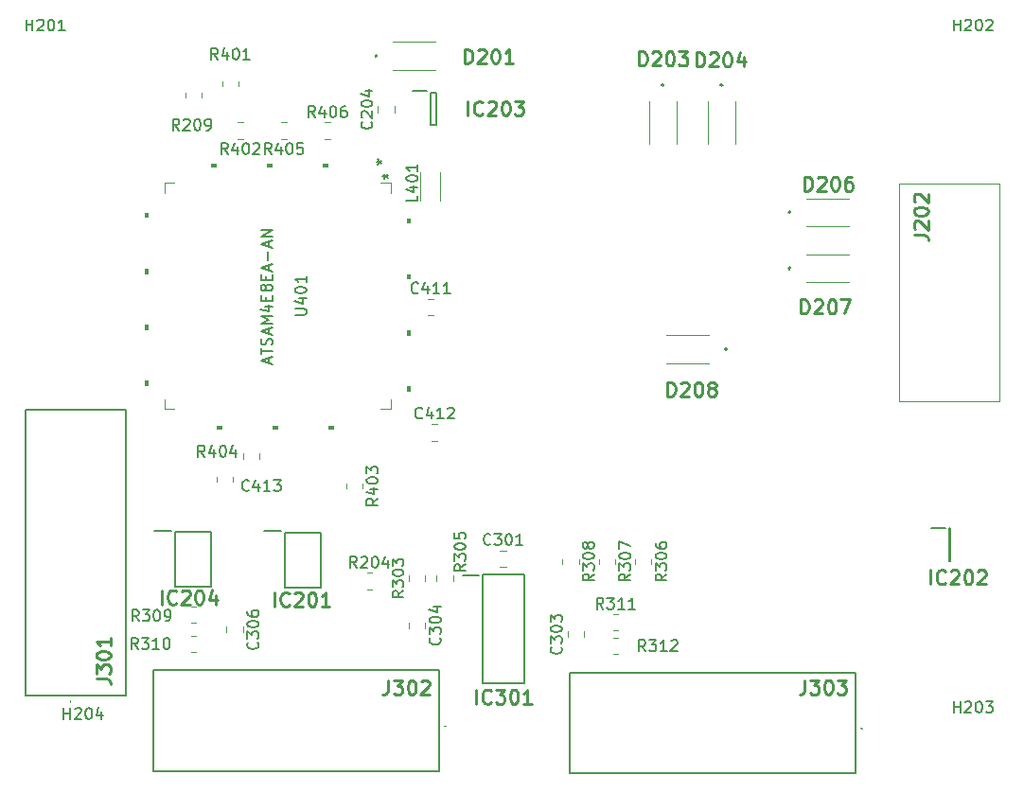
<source format=gbr>
%TF.GenerationSoftware,KiCad,Pcbnew,(6.0.0)*%
%TF.CreationDate,2022-02-17T00:51:34-06:00*%
%TF.ProjectId,digitizer,64696769-7469-47a6-9572-2e6b69636164,1*%
%TF.SameCoordinates,Original*%
%TF.FileFunction,Legend,Top*%
%TF.FilePolarity,Positive*%
%FSLAX46Y46*%
G04 Gerber Fmt 4.6, Leading zero omitted, Abs format (unit mm)*
G04 Created by KiCad (PCBNEW (6.0.0)) date 2022-02-17 00:51:34*
%MOMM*%
%LPD*%
G01*
G04 APERTURE LIST*
%ADD10C,0.150000*%
%ADD11C,0.254000*%
%ADD12C,0.120000*%
%ADD13C,0.100000*%
%ADD14C,0.200000*%
G04 APERTURE END LIST*
D10*
%TO.C,C306*%
X101237142Y-104956547D02*
X101284761Y-105004166D01*
X101332380Y-105147023D01*
X101332380Y-105242261D01*
X101284761Y-105385119D01*
X101189523Y-105480357D01*
X101094285Y-105527976D01*
X100903809Y-105575595D01*
X100760952Y-105575595D01*
X100570476Y-105527976D01*
X100475238Y-105480357D01*
X100380000Y-105385119D01*
X100332380Y-105242261D01*
X100332380Y-105147023D01*
X100380000Y-105004166D01*
X100427619Y-104956547D01*
X100332380Y-104623214D02*
X100332380Y-104004166D01*
X100713333Y-104337500D01*
X100713333Y-104194642D01*
X100760952Y-104099404D01*
X100808571Y-104051785D01*
X100903809Y-104004166D01*
X101141904Y-104004166D01*
X101237142Y-104051785D01*
X101284761Y-104099404D01*
X101332380Y-104194642D01*
X101332380Y-104480357D01*
X101284761Y-104575595D01*
X101237142Y-104623214D01*
X100332380Y-103385119D02*
X100332380Y-103289880D01*
X100380000Y-103194642D01*
X100427619Y-103147023D01*
X100522857Y-103099404D01*
X100713333Y-103051785D01*
X100951428Y-103051785D01*
X101141904Y-103099404D01*
X101237142Y-103147023D01*
X101284761Y-103194642D01*
X101332380Y-103289880D01*
X101332380Y-103385119D01*
X101284761Y-103480357D01*
X101237142Y-103527976D01*
X101141904Y-103575595D01*
X100951428Y-103623214D01*
X100713333Y-103623214D01*
X100522857Y-103575595D01*
X100427619Y-103527976D01*
X100380000Y-103480357D01*
X100332380Y-103385119D01*
X100332380Y-102194642D02*
X100332380Y-102385119D01*
X100380000Y-102480357D01*
X100427619Y-102527976D01*
X100570476Y-102623214D01*
X100760952Y-102670833D01*
X101141904Y-102670833D01*
X101237142Y-102623214D01*
X101284761Y-102575595D01*
X101332380Y-102480357D01*
X101332380Y-102289880D01*
X101284761Y-102194642D01*
X101237142Y-102147023D01*
X101141904Y-102099404D01*
X100903809Y-102099404D01*
X100808571Y-102147023D01*
X100760952Y-102194642D01*
X100713333Y-102289880D01*
X100713333Y-102480357D01*
X100760952Y-102575595D01*
X100808571Y-102623214D01*
X100903809Y-102670833D01*
D11*
%TO.C,D207*%
X149853095Y-75574523D02*
X149853095Y-74304523D01*
X150155476Y-74304523D01*
X150336904Y-74365000D01*
X150457857Y-74485952D01*
X150518333Y-74606904D01*
X150578809Y-74848809D01*
X150578809Y-75030238D01*
X150518333Y-75272142D01*
X150457857Y-75393095D01*
X150336904Y-75514047D01*
X150155476Y-75574523D01*
X149853095Y-75574523D01*
X151062619Y-74425476D02*
X151123095Y-74365000D01*
X151244047Y-74304523D01*
X151546428Y-74304523D01*
X151667380Y-74365000D01*
X151727857Y-74425476D01*
X151788333Y-74546428D01*
X151788333Y-74667380D01*
X151727857Y-74848809D01*
X151002142Y-75574523D01*
X151788333Y-75574523D01*
X152574523Y-74304523D02*
X152695476Y-74304523D01*
X152816428Y-74365000D01*
X152876904Y-74425476D01*
X152937380Y-74546428D01*
X152997857Y-74788333D01*
X152997857Y-75090714D01*
X152937380Y-75332619D01*
X152876904Y-75453571D01*
X152816428Y-75514047D01*
X152695476Y-75574523D01*
X152574523Y-75574523D01*
X152453571Y-75514047D01*
X152393095Y-75453571D01*
X152332619Y-75332619D01*
X152272142Y-75090714D01*
X152272142Y-74788333D01*
X152332619Y-74546428D01*
X152393095Y-74425476D01*
X152453571Y-74365000D01*
X152574523Y-74304523D01*
X153421190Y-74304523D02*
X154267857Y-74304523D01*
X153723571Y-75574523D01*
%TO.C,J303*%
X150192142Y-108344523D02*
X150192142Y-109251666D01*
X150131666Y-109433095D01*
X150010714Y-109554047D01*
X149829285Y-109614523D01*
X149708333Y-109614523D01*
X150675952Y-108344523D02*
X151462142Y-108344523D01*
X151038809Y-108828333D01*
X151220238Y-108828333D01*
X151341190Y-108888809D01*
X151401666Y-108949285D01*
X151462142Y-109070238D01*
X151462142Y-109372619D01*
X151401666Y-109493571D01*
X151341190Y-109554047D01*
X151220238Y-109614523D01*
X150857380Y-109614523D01*
X150736428Y-109554047D01*
X150675952Y-109493571D01*
X152248333Y-108344523D02*
X152369285Y-108344523D01*
X152490238Y-108405000D01*
X152550714Y-108465476D01*
X152611190Y-108586428D01*
X152671666Y-108828333D01*
X152671666Y-109130714D01*
X152611190Y-109372619D01*
X152550714Y-109493571D01*
X152490238Y-109554047D01*
X152369285Y-109614523D01*
X152248333Y-109614523D01*
X152127380Y-109554047D01*
X152066904Y-109493571D01*
X152006428Y-109372619D01*
X151945952Y-109130714D01*
X151945952Y-108828333D01*
X152006428Y-108586428D01*
X152066904Y-108465476D01*
X152127380Y-108405000D01*
X152248333Y-108344523D01*
X153095000Y-108344523D02*
X153881190Y-108344523D01*
X153457857Y-108828333D01*
X153639285Y-108828333D01*
X153760238Y-108888809D01*
X153820714Y-108949285D01*
X153881190Y-109070238D01*
X153881190Y-109372619D01*
X153820714Y-109493571D01*
X153760238Y-109554047D01*
X153639285Y-109614523D01*
X153276428Y-109614523D01*
X153155476Y-109554047D01*
X153095000Y-109493571D01*
D10*
%TO.C,H203*%
X163535714Y-111252380D02*
X163535714Y-110252380D01*
X163535714Y-110728571D02*
X164107142Y-110728571D01*
X164107142Y-111252380D02*
X164107142Y-110252380D01*
X164535714Y-110347619D02*
X164583333Y-110300000D01*
X164678571Y-110252380D01*
X164916666Y-110252380D01*
X165011904Y-110300000D01*
X165059523Y-110347619D01*
X165107142Y-110442857D01*
X165107142Y-110538095D01*
X165059523Y-110680952D01*
X164488095Y-111252380D01*
X165107142Y-111252380D01*
X165726190Y-110252380D02*
X165821428Y-110252380D01*
X165916666Y-110300000D01*
X165964285Y-110347619D01*
X166011904Y-110442857D01*
X166059523Y-110633333D01*
X166059523Y-110871428D01*
X166011904Y-111061904D01*
X165964285Y-111157142D01*
X165916666Y-111204761D01*
X165821428Y-111252380D01*
X165726190Y-111252380D01*
X165630952Y-111204761D01*
X165583333Y-111157142D01*
X165535714Y-111061904D01*
X165488095Y-110871428D01*
X165488095Y-110633333D01*
X165535714Y-110442857D01*
X165583333Y-110347619D01*
X165630952Y-110300000D01*
X165726190Y-110252380D01*
X166392857Y-110252380D02*
X167011904Y-110252380D01*
X166678571Y-110633333D01*
X166821428Y-110633333D01*
X166916666Y-110680952D01*
X166964285Y-110728571D01*
X167011904Y-110823809D01*
X167011904Y-111061904D01*
X166964285Y-111157142D01*
X166916666Y-111204761D01*
X166821428Y-111252380D01*
X166535714Y-111252380D01*
X166440476Y-111204761D01*
X166392857Y-111157142D01*
D11*
%TO.C,IC301*%
X120800714Y-110474523D02*
X120800714Y-109204523D01*
X122131190Y-110353571D02*
X122070714Y-110414047D01*
X121889285Y-110474523D01*
X121768333Y-110474523D01*
X121586904Y-110414047D01*
X121465952Y-110293095D01*
X121405476Y-110172142D01*
X121345000Y-109930238D01*
X121345000Y-109748809D01*
X121405476Y-109506904D01*
X121465952Y-109385952D01*
X121586904Y-109265000D01*
X121768333Y-109204523D01*
X121889285Y-109204523D01*
X122070714Y-109265000D01*
X122131190Y-109325476D01*
X122554523Y-109204523D02*
X123340714Y-109204523D01*
X122917380Y-109688333D01*
X123098809Y-109688333D01*
X123219761Y-109748809D01*
X123280238Y-109809285D01*
X123340714Y-109930238D01*
X123340714Y-110232619D01*
X123280238Y-110353571D01*
X123219761Y-110414047D01*
X123098809Y-110474523D01*
X122735952Y-110474523D01*
X122615000Y-110414047D01*
X122554523Y-110353571D01*
X124126904Y-109204523D02*
X124247857Y-109204523D01*
X124368809Y-109265000D01*
X124429285Y-109325476D01*
X124489761Y-109446428D01*
X124550238Y-109688333D01*
X124550238Y-109990714D01*
X124489761Y-110232619D01*
X124429285Y-110353571D01*
X124368809Y-110414047D01*
X124247857Y-110474523D01*
X124126904Y-110474523D01*
X124005952Y-110414047D01*
X123945476Y-110353571D01*
X123885000Y-110232619D01*
X123824523Y-109990714D01*
X123824523Y-109688333D01*
X123885000Y-109446428D01*
X123945476Y-109325476D01*
X124005952Y-109265000D01*
X124126904Y-109204523D01*
X125759761Y-110474523D02*
X125034047Y-110474523D01*
X125396904Y-110474523D02*
X125396904Y-109204523D01*
X125275952Y-109385952D01*
X125155000Y-109506904D01*
X125034047Y-109567380D01*
%TO.C,J301*%
X86814523Y-108252857D02*
X87721666Y-108252857D01*
X87903095Y-108313333D01*
X88024047Y-108434285D01*
X88084523Y-108615714D01*
X88084523Y-108736666D01*
X86814523Y-107769047D02*
X86814523Y-106982857D01*
X87298333Y-107406190D01*
X87298333Y-107224761D01*
X87358809Y-107103809D01*
X87419285Y-107043333D01*
X87540238Y-106982857D01*
X87842619Y-106982857D01*
X87963571Y-107043333D01*
X88024047Y-107103809D01*
X88084523Y-107224761D01*
X88084523Y-107587619D01*
X88024047Y-107708571D01*
X87963571Y-107769047D01*
X86814523Y-106196666D02*
X86814523Y-106075714D01*
X86875000Y-105954761D01*
X86935476Y-105894285D01*
X87056428Y-105833809D01*
X87298333Y-105773333D01*
X87600714Y-105773333D01*
X87842619Y-105833809D01*
X87963571Y-105894285D01*
X88024047Y-105954761D01*
X88084523Y-106075714D01*
X88084523Y-106196666D01*
X88024047Y-106317619D01*
X87963571Y-106378095D01*
X87842619Y-106438571D01*
X87600714Y-106499047D01*
X87298333Y-106499047D01*
X87056428Y-106438571D01*
X86935476Y-106378095D01*
X86875000Y-106317619D01*
X86814523Y-106196666D01*
X88084523Y-104563809D02*
X88084523Y-105289523D01*
X88084523Y-104926666D02*
X86814523Y-104926666D01*
X86995952Y-105047619D01*
X87116904Y-105168571D01*
X87177380Y-105289523D01*
D10*
%TO.C,R402*%
X98580952Y-61302380D02*
X98247619Y-60826190D01*
X98009523Y-61302380D02*
X98009523Y-60302380D01*
X98390476Y-60302380D01*
X98485714Y-60350000D01*
X98533333Y-60397619D01*
X98580952Y-60492857D01*
X98580952Y-60635714D01*
X98533333Y-60730952D01*
X98485714Y-60778571D01*
X98390476Y-60826190D01*
X98009523Y-60826190D01*
X99438095Y-60635714D02*
X99438095Y-61302380D01*
X99200000Y-60254761D02*
X98961904Y-60969047D01*
X99580952Y-60969047D01*
X100152380Y-60302380D02*
X100247619Y-60302380D01*
X100342857Y-60350000D01*
X100390476Y-60397619D01*
X100438095Y-60492857D01*
X100485714Y-60683333D01*
X100485714Y-60921428D01*
X100438095Y-61111904D01*
X100390476Y-61207142D01*
X100342857Y-61254761D01*
X100247619Y-61302380D01*
X100152380Y-61302380D01*
X100057142Y-61254761D01*
X100009523Y-61207142D01*
X99961904Y-61111904D01*
X99914285Y-60921428D01*
X99914285Y-60683333D01*
X99961904Y-60492857D01*
X100009523Y-60397619D01*
X100057142Y-60350000D01*
X100152380Y-60302380D01*
X100866666Y-60397619D02*
X100914285Y-60350000D01*
X101009523Y-60302380D01*
X101247619Y-60302380D01*
X101342857Y-60350000D01*
X101390476Y-60397619D01*
X101438095Y-60492857D01*
X101438095Y-60588095D01*
X101390476Y-60730952D01*
X100819047Y-61302380D01*
X101438095Y-61302380D01*
%TO.C,C301*%
X122093452Y-96177142D02*
X122045833Y-96224761D01*
X121902976Y-96272380D01*
X121807738Y-96272380D01*
X121664880Y-96224761D01*
X121569642Y-96129523D01*
X121522023Y-96034285D01*
X121474404Y-95843809D01*
X121474404Y-95700952D01*
X121522023Y-95510476D01*
X121569642Y-95415238D01*
X121664880Y-95320000D01*
X121807738Y-95272380D01*
X121902976Y-95272380D01*
X122045833Y-95320000D01*
X122093452Y-95367619D01*
X122426785Y-95272380D02*
X123045833Y-95272380D01*
X122712500Y-95653333D01*
X122855357Y-95653333D01*
X122950595Y-95700952D01*
X122998214Y-95748571D01*
X123045833Y-95843809D01*
X123045833Y-96081904D01*
X122998214Y-96177142D01*
X122950595Y-96224761D01*
X122855357Y-96272380D01*
X122569642Y-96272380D01*
X122474404Y-96224761D01*
X122426785Y-96177142D01*
X123664880Y-95272380D02*
X123760119Y-95272380D01*
X123855357Y-95320000D01*
X123902976Y-95367619D01*
X123950595Y-95462857D01*
X123998214Y-95653333D01*
X123998214Y-95891428D01*
X123950595Y-96081904D01*
X123902976Y-96177142D01*
X123855357Y-96224761D01*
X123760119Y-96272380D01*
X123664880Y-96272380D01*
X123569642Y-96224761D01*
X123522023Y-96177142D01*
X123474404Y-96081904D01*
X123426785Y-95891428D01*
X123426785Y-95653333D01*
X123474404Y-95462857D01*
X123522023Y-95367619D01*
X123569642Y-95320000D01*
X123664880Y-95272380D01*
X124950595Y-96272380D02*
X124379166Y-96272380D01*
X124664880Y-96272380D02*
X124664880Y-95272380D01*
X124569642Y-95415238D01*
X124474404Y-95510476D01*
X124379166Y-95558095D01*
%TO.C,C204*%
X111427142Y-58406547D02*
X111474761Y-58454166D01*
X111522380Y-58597023D01*
X111522380Y-58692261D01*
X111474761Y-58835119D01*
X111379523Y-58930357D01*
X111284285Y-58977976D01*
X111093809Y-59025595D01*
X110950952Y-59025595D01*
X110760476Y-58977976D01*
X110665238Y-58930357D01*
X110570000Y-58835119D01*
X110522380Y-58692261D01*
X110522380Y-58597023D01*
X110570000Y-58454166D01*
X110617619Y-58406547D01*
X110617619Y-58025595D02*
X110570000Y-57977976D01*
X110522380Y-57882738D01*
X110522380Y-57644642D01*
X110570000Y-57549404D01*
X110617619Y-57501785D01*
X110712857Y-57454166D01*
X110808095Y-57454166D01*
X110950952Y-57501785D01*
X111522380Y-58073214D01*
X111522380Y-57454166D01*
X110522380Y-56835119D02*
X110522380Y-56739880D01*
X110570000Y-56644642D01*
X110617619Y-56597023D01*
X110712857Y-56549404D01*
X110903333Y-56501785D01*
X111141428Y-56501785D01*
X111331904Y-56549404D01*
X111427142Y-56597023D01*
X111474761Y-56644642D01*
X111522380Y-56739880D01*
X111522380Y-56835119D01*
X111474761Y-56930357D01*
X111427142Y-56977976D01*
X111331904Y-57025595D01*
X111141428Y-57073214D01*
X110903333Y-57073214D01*
X110712857Y-57025595D01*
X110617619Y-56977976D01*
X110570000Y-56930357D01*
X110522380Y-56835119D01*
X110855714Y-55644642D02*
X111522380Y-55644642D01*
X110474761Y-55882738D02*
X111189047Y-56120833D01*
X111189047Y-55501785D01*
%TO.C,R312*%
X135950952Y-105772380D02*
X135617619Y-105296190D01*
X135379523Y-105772380D02*
X135379523Y-104772380D01*
X135760476Y-104772380D01*
X135855714Y-104820000D01*
X135903333Y-104867619D01*
X135950952Y-104962857D01*
X135950952Y-105105714D01*
X135903333Y-105200952D01*
X135855714Y-105248571D01*
X135760476Y-105296190D01*
X135379523Y-105296190D01*
X136284285Y-104772380D02*
X136903333Y-104772380D01*
X136570000Y-105153333D01*
X136712857Y-105153333D01*
X136808095Y-105200952D01*
X136855714Y-105248571D01*
X136903333Y-105343809D01*
X136903333Y-105581904D01*
X136855714Y-105677142D01*
X136808095Y-105724761D01*
X136712857Y-105772380D01*
X136427142Y-105772380D01*
X136331904Y-105724761D01*
X136284285Y-105677142D01*
X137855714Y-105772380D02*
X137284285Y-105772380D01*
X137570000Y-105772380D02*
X137570000Y-104772380D01*
X137474761Y-104915238D01*
X137379523Y-105010476D01*
X137284285Y-105058095D01*
X138236666Y-104867619D02*
X138284285Y-104820000D01*
X138379523Y-104772380D01*
X138617619Y-104772380D01*
X138712857Y-104820000D01*
X138760476Y-104867619D01*
X138808095Y-104962857D01*
X138808095Y-105058095D01*
X138760476Y-105200952D01*
X138189047Y-105772380D01*
X138808095Y-105772380D01*
%TO.C,L401*%
X115562380Y-65009047D02*
X115562380Y-65485238D01*
X114562380Y-65485238D01*
X114895714Y-64247142D02*
X115562380Y-64247142D01*
X114514761Y-64485238D02*
X115229047Y-64723333D01*
X115229047Y-64104285D01*
X114562380Y-63532857D02*
X114562380Y-63437619D01*
X114610000Y-63342380D01*
X114657619Y-63294761D01*
X114752857Y-63247142D01*
X114943333Y-63199523D01*
X115181428Y-63199523D01*
X115371904Y-63247142D01*
X115467142Y-63294761D01*
X115514761Y-63342380D01*
X115562380Y-63437619D01*
X115562380Y-63532857D01*
X115514761Y-63628095D01*
X115467142Y-63675714D01*
X115371904Y-63723333D01*
X115181428Y-63770952D01*
X114943333Y-63770952D01*
X114752857Y-63723333D01*
X114657619Y-63675714D01*
X114610000Y-63628095D01*
X114562380Y-63532857D01*
X115562380Y-62247142D02*
X115562380Y-62818571D01*
X115562380Y-62532857D02*
X114562380Y-62532857D01*
X114705238Y-62628095D01*
X114800476Y-62723333D01*
X114848095Y-62818571D01*
%TO.C,C303*%
X128377142Y-105381547D02*
X128424761Y-105429166D01*
X128472380Y-105572023D01*
X128472380Y-105667261D01*
X128424761Y-105810119D01*
X128329523Y-105905357D01*
X128234285Y-105952976D01*
X128043809Y-106000595D01*
X127900952Y-106000595D01*
X127710476Y-105952976D01*
X127615238Y-105905357D01*
X127520000Y-105810119D01*
X127472380Y-105667261D01*
X127472380Y-105572023D01*
X127520000Y-105429166D01*
X127567619Y-105381547D01*
X127472380Y-105048214D02*
X127472380Y-104429166D01*
X127853333Y-104762500D01*
X127853333Y-104619642D01*
X127900952Y-104524404D01*
X127948571Y-104476785D01*
X128043809Y-104429166D01*
X128281904Y-104429166D01*
X128377142Y-104476785D01*
X128424761Y-104524404D01*
X128472380Y-104619642D01*
X128472380Y-104905357D01*
X128424761Y-105000595D01*
X128377142Y-105048214D01*
X127472380Y-103810119D02*
X127472380Y-103714880D01*
X127520000Y-103619642D01*
X127567619Y-103572023D01*
X127662857Y-103524404D01*
X127853333Y-103476785D01*
X128091428Y-103476785D01*
X128281904Y-103524404D01*
X128377142Y-103572023D01*
X128424761Y-103619642D01*
X128472380Y-103714880D01*
X128472380Y-103810119D01*
X128424761Y-103905357D01*
X128377142Y-103952976D01*
X128281904Y-104000595D01*
X128091428Y-104048214D01*
X127853333Y-104048214D01*
X127662857Y-104000595D01*
X127567619Y-103952976D01*
X127520000Y-103905357D01*
X127472380Y-103810119D01*
X127472380Y-103143452D02*
X127472380Y-102524404D01*
X127853333Y-102857738D01*
X127853333Y-102714880D01*
X127900952Y-102619642D01*
X127948571Y-102572023D01*
X128043809Y-102524404D01*
X128281904Y-102524404D01*
X128377142Y-102572023D01*
X128424761Y-102619642D01*
X128472380Y-102714880D01*
X128472380Y-103000595D01*
X128424761Y-103095833D01*
X128377142Y-103143452D01*
%TO.C,C304*%
X117537142Y-104581547D02*
X117584761Y-104629166D01*
X117632380Y-104772023D01*
X117632380Y-104867261D01*
X117584761Y-105010119D01*
X117489523Y-105105357D01*
X117394285Y-105152976D01*
X117203809Y-105200595D01*
X117060952Y-105200595D01*
X116870476Y-105152976D01*
X116775238Y-105105357D01*
X116680000Y-105010119D01*
X116632380Y-104867261D01*
X116632380Y-104772023D01*
X116680000Y-104629166D01*
X116727619Y-104581547D01*
X116632380Y-104248214D02*
X116632380Y-103629166D01*
X117013333Y-103962500D01*
X117013333Y-103819642D01*
X117060952Y-103724404D01*
X117108571Y-103676785D01*
X117203809Y-103629166D01*
X117441904Y-103629166D01*
X117537142Y-103676785D01*
X117584761Y-103724404D01*
X117632380Y-103819642D01*
X117632380Y-104105357D01*
X117584761Y-104200595D01*
X117537142Y-104248214D01*
X116632380Y-103010119D02*
X116632380Y-102914880D01*
X116680000Y-102819642D01*
X116727619Y-102772023D01*
X116822857Y-102724404D01*
X117013333Y-102676785D01*
X117251428Y-102676785D01*
X117441904Y-102724404D01*
X117537142Y-102772023D01*
X117584761Y-102819642D01*
X117632380Y-102914880D01*
X117632380Y-103010119D01*
X117584761Y-103105357D01*
X117537142Y-103152976D01*
X117441904Y-103200595D01*
X117251428Y-103248214D01*
X117013333Y-103248214D01*
X116822857Y-103200595D01*
X116727619Y-103152976D01*
X116680000Y-103105357D01*
X116632380Y-103010119D01*
X116965714Y-101819642D02*
X117632380Y-101819642D01*
X116584761Y-102057738D02*
X117299047Y-102295833D01*
X117299047Y-101676785D01*
%TO.C,U401*%
X104602380Y-75684285D02*
X105411904Y-75684285D01*
X105507142Y-75636666D01*
X105554761Y-75589047D01*
X105602380Y-75493809D01*
X105602380Y-75303333D01*
X105554761Y-75208095D01*
X105507142Y-75160476D01*
X105411904Y-75112857D01*
X104602380Y-75112857D01*
X104935714Y-74208095D02*
X105602380Y-74208095D01*
X104554761Y-74446190D02*
X105269047Y-74684285D01*
X105269047Y-74065238D01*
X104602380Y-73493809D02*
X104602380Y-73398571D01*
X104650000Y-73303333D01*
X104697619Y-73255714D01*
X104792857Y-73208095D01*
X104983333Y-73160476D01*
X105221428Y-73160476D01*
X105411904Y-73208095D01*
X105507142Y-73255714D01*
X105554761Y-73303333D01*
X105602380Y-73398571D01*
X105602380Y-73493809D01*
X105554761Y-73589047D01*
X105507142Y-73636666D01*
X105411904Y-73684285D01*
X105221428Y-73731904D01*
X104983333Y-73731904D01*
X104792857Y-73684285D01*
X104697619Y-73636666D01*
X104650000Y-73589047D01*
X104602380Y-73493809D01*
X105602380Y-72208095D02*
X105602380Y-72779523D01*
X105602380Y-72493809D02*
X104602380Y-72493809D01*
X104745238Y-72589047D01*
X104840476Y-72684285D01*
X104888095Y-72779523D01*
X102276666Y-79972380D02*
X102276666Y-79496190D01*
X102562380Y-80067619D02*
X101562380Y-79734285D01*
X102562380Y-79400952D01*
X101562380Y-79210476D02*
X101562380Y-78639047D01*
X102562380Y-78924761D02*
X101562380Y-78924761D01*
X102514761Y-78353333D02*
X102562380Y-78210476D01*
X102562380Y-77972380D01*
X102514761Y-77877142D01*
X102467142Y-77829523D01*
X102371904Y-77781904D01*
X102276666Y-77781904D01*
X102181428Y-77829523D01*
X102133809Y-77877142D01*
X102086190Y-77972380D01*
X102038571Y-78162857D01*
X101990952Y-78258095D01*
X101943333Y-78305714D01*
X101848095Y-78353333D01*
X101752857Y-78353333D01*
X101657619Y-78305714D01*
X101610000Y-78258095D01*
X101562380Y-78162857D01*
X101562380Y-77924761D01*
X101610000Y-77781904D01*
X102276666Y-77400952D02*
X102276666Y-76924761D01*
X102562380Y-77496190D02*
X101562380Y-77162857D01*
X102562380Y-76829523D01*
X102562380Y-76496190D02*
X101562380Y-76496190D01*
X102276666Y-76162857D01*
X101562380Y-75829523D01*
X102562380Y-75829523D01*
X101895714Y-74924761D02*
X102562380Y-74924761D01*
X101514761Y-75162857D02*
X102229047Y-75400952D01*
X102229047Y-74781904D01*
X102038571Y-74400952D02*
X102038571Y-74067619D01*
X102562380Y-73924761D02*
X102562380Y-74400952D01*
X101562380Y-74400952D01*
X101562380Y-73924761D01*
X101990952Y-73353333D02*
X101943333Y-73448571D01*
X101895714Y-73496190D01*
X101800476Y-73543809D01*
X101752857Y-73543809D01*
X101657619Y-73496190D01*
X101610000Y-73448571D01*
X101562380Y-73353333D01*
X101562380Y-73162857D01*
X101610000Y-73067619D01*
X101657619Y-73020000D01*
X101752857Y-72972380D01*
X101800476Y-72972380D01*
X101895714Y-73020000D01*
X101943333Y-73067619D01*
X101990952Y-73162857D01*
X101990952Y-73353333D01*
X102038571Y-73448571D01*
X102086190Y-73496190D01*
X102181428Y-73543809D01*
X102371904Y-73543809D01*
X102467142Y-73496190D01*
X102514761Y-73448571D01*
X102562380Y-73353333D01*
X102562380Y-73162857D01*
X102514761Y-73067619D01*
X102467142Y-73020000D01*
X102371904Y-72972380D01*
X102181428Y-72972380D01*
X102086190Y-73020000D01*
X102038571Y-73067619D01*
X101990952Y-73162857D01*
X102038571Y-72543809D02*
X102038571Y-72210476D01*
X102562380Y-72067619D02*
X102562380Y-72543809D01*
X101562380Y-72543809D01*
X101562380Y-72067619D01*
X102276666Y-71686666D02*
X102276666Y-71210476D01*
X102562380Y-71781904D02*
X101562380Y-71448571D01*
X102562380Y-71115238D01*
X102181428Y-70781904D02*
X102181428Y-70020000D01*
X102276666Y-69591428D02*
X102276666Y-69115238D01*
X102562380Y-69686666D02*
X101562380Y-69353333D01*
X102562380Y-69020000D01*
X102562380Y-68686666D02*
X101562380Y-68686666D01*
X102562380Y-68115238D01*
X101562380Y-68115238D01*
X112452380Y-63290000D02*
X112690476Y-63290000D01*
X112595238Y-63528095D02*
X112690476Y-63290000D01*
X112595238Y-63051904D01*
X112880952Y-63432857D02*
X112690476Y-63290000D01*
X112880952Y-63147142D01*
X111880880Y-62011200D02*
X112118976Y-62011200D01*
X112023738Y-62249295D02*
X112118976Y-62011200D01*
X112023738Y-61773104D01*
X112309452Y-62154057D02*
X112118976Y-62011200D01*
X112309452Y-61868342D01*
%TO.C,R310*%
X90540952Y-105582380D02*
X90207619Y-105106190D01*
X89969523Y-105582380D02*
X89969523Y-104582380D01*
X90350476Y-104582380D01*
X90445714Y-104630000D01*
X90493333Y-104677619D01*
X90540952Y-104772857D01*
X90540952Y-104915714D01*
X90493333Y-105010952D01*
X90445714Y-105058571D01*
X90350476Y-105106190D01*
X89969523Y-105106190D01*
X90874285Y-104582380D02*
X91493333Y-104582380D01*
X91160000Y-104963333D01*
X91302857Y-104963333D01*
X91398095Y-105010952D01*
X91445714Y-105058571D01*
X91493333Y-105153809D01*
X91493333Y-105391904D01*
X91445714Y-105487142D01*
X91398095Y-105534761D01*
X91302857Y-105582380D01*
X91017142Y-105582380D01*
X90921904Y-105534761D01*
X90874285Y-105487142D01*
X92445714Y-105582380D02*
X91874285Y-105582380D01*
X92160000Y-105582380D02*
X92160000Y-104582380D01*
X92064761Y-104725238D01*
X91969523Y-104820476D01*
X91874285Y-104868095D01*
X93064761Y-104582380D02*
X93160000Y-104582380D01*
X93255238Y-104630000D01*
X93302857Y-104677619D01*
X93350476Y-104772857D01*
X93398095Y-104963333D01*
X93398095Y-105201428D01*
X93350476Y-105391904D01*
X93302857Y-105487142D01*
X93255238Y-105534761D01*
X93160000Y-105582380D01*
X93064761Y-105582380D01*
X92969523Y-105534761D01*
X92921904Y-105487142D01*
X92874285Y-105391904D01*
X92826666Y-105201428D01*
X92826666Y-104963333D01*
X92874285Y-104772857D01*
X92921904Y-104677619D01*
X92969523Y-104630000D01*
X93064761Y-104582380D01*
D11*
%TO.C,D206*%
X150153095Y-64574523D02*
X150153095Y-63304523D01*
X150455476Y-63304523D01*
X150636904Y-63365000D01*
X150757857Y-63485952D01*
X150818333Y-63606904D01*
X150878809Y-63848809D01*
X150878809Y-64030238D01*
X150818333Y-64272142D01*
X150757857Y-64393095D01*
X150636904Y-64514047D01*
X150455476Y-64574523D01*
X150153095Y-64574523D01*
X151362619Y-63425476D02*
X151423095Y-63365000D01*
X151544047Y-63304523D01*
X151846428Y-63304523D01*
X151967380Y-63365000D01*
X152027857Y-63425476D01*
X152088333Y-63546428D01*
X152088333Y-63667380D01*
X152027857Y-63848809D01*
X151302142Y-64574523D01*
X152088333Y-64574523D01*
X152874523Y-63304523D02*
X152995476Y-63304523D01*
X153116428Y-63365000D01*
X153176904Y-63425476D01*
X153237380Y-63546428D01*
X153297857Y-63788333D01*
X153297857Y-64090714D01*
X153237380Y-64332619D01*
X153176904Y-64453571D01*
X153116428Y-64514047D01*
X152995476Y-64574523D01*
X152874523Y-64574523D01*
X152753571Y-64514047D01*
X152693095Y-64453571D01*
X152632619Y-64332619D01*
X152572142Y-64090714D01*
X152572142Y-63788333D01*
X152632619Y-63546428D01*
X152693095Y-63425476D01*
X152753571Y-63365000D01*
X152874523Y-63304523D01*
X154386428Y-63304523D02*
X154144523Y-63304523D01*
X154023571Y-63365000D01*
X153963095Y-63425476D01*
X153842142Y-63606904D01*
X153781666Y-63848809D01*
X153781666Y-64332619D01*
X153842142Y-64453571D01*
X153902619Y-64514047D01*
X154023571Y-64574523D01*
X154265476Y-64574523D01*
X154386428Y-64514047D01*
X154446904Y-64453571D01*
X154507380Y-64332619D01*
X154507380Y-64030238D01*
X154446904Y-63909285D01*
X154386428Y-63848809D01*
X154265476Y-63788333D01*
X154023571Y-63788333D01*
X153902619Y-63848809D01*
X153842142Y-63909285D01*
X153781666Y-64030238D01*
D10*
%TO.C,R209*%
X94240952Y-59162380D02*
X93907619Y-58686190D01*
X93669523Y-59162380D02*
X93669523Y-58162380D01*
X94050476Y-58162380D01*
X94145714Y-58210000D01*
X94193333Y-58257619D01*
X94240952Y-58352857D01*
X94240952Y-58495714D01*
X94193333Y-58590952D01*
X94145714Y-58638571D01*
X94050476Y-58686190D01*
X93669523Y-58686190D01*
X94621904Y-58257619D02*
X94669523Y-58210000D01*
X94764761Y-58162380D01*
X95002857Y-58162380D01*
X95098095Y-58210000D01*
X95145714Y-58257619D01*
X95193333Y-58352857D01*
X95193333Y-58448095D01*
X95145714Y-58590952D01*
X94574285Y-59162380D01*
X95193333Y-59162380D01*
X95812380Y-58162380D02*
X95907619Y-58162380D01*
X96002857Y-58210000D01*
X96050476Y-58257619D01*
X96098095Y-58352857D01*
X96145714Y-58543333D01*
X96145714Y-58781428D01*
X96098095Y-58971904D01*
X96050476Y-59067142D01*
X96002857Y-59114761D01*
X95907619Y-59162380D01*
X95812380Y-59162380D01*
X95717142Y-59114761D01*
X95669523Y-59067142D01*
X95621904Y-58971904D01*
X95574285Y-58781428D01*
X95574285Y-58543333D01*
X95621904Y-58352857D01*
X95669523Y-58257619D01*
X95717142Y-58210000D01*
X95812380Y-58162380D01*
X96621904Y-59162380D02*
X96812380Y-59162380D01*
X96907619Y-59114761D01*
X96955238Y-59067142D01*
X97050476Y-58924285D01*
X97098095Y-58733809D01*
X97098095Y-58352857D01*
X97050476Y-58257619D01*
X97002857Y-58210000D01*
X96907619Y-58162380D01*
X96717142Y-58162380D01*
X96621904Y-58210000D01*
X96574285Y-58257619D01*
X96526666Y-58352857D01*
X96526666Y-58590952D01*
X96574285Y-58686190D01*
X96621904Y-58733809D01*
X96717142Y-58781428D01*
X96907619Y-58781428D01*
X97002857Y-58733809D01*
X97050476Y-58686190D01*
X97098095Y-58590952D01*
%TO.C,R401*%
X97690952Y-52832380D02*
X97357619Y-52356190D01*
X97119523Y-52832380D02*
X97119523Y-51832380D01*
X97500476Y-51832380D01*
X97595714Y-51880000D01*
X97643333Y-51927619D01*
X97690952Y-52022857D01*
X97690952Y-52165714D01*
X97643333Y-52260952D01*
X97595714Y-52308571D01*
X97500476Y-52356190D01*
X97119523Y-52356190D01*
X98548095Y-52165714D02*
X98548095Y-52832380D01*
X98310000Y-51784761D02*
X98071904Y-52499047D01*
X98690952Y-52499047D01*
X99262380Y-51832380D02*
X99357619Y-51832380D01*
X99452857Y-51880000D01*
X99500476Y-51927619D01*
X99548095Y-52022857D01*
X99595714Y-52213333D01*
X99595714Y-52451428D01*
X99548095Y-52641904D01*
X99500476Y-52737142D01*
X99452857Y-52784761D01*
X99357619Y-52832380D01*
X99262380Y-52832380D01*
X99167142Y-52784761D01*
X99119523Y-52737142D01*
X99071904Y-52641904D01*
X99024285Y-52451428D01*
X99024285Y-52213333D01*
X99071904Y-52022857D01*
X99119523Y-51927619D01*
X99167142Y-51880000D01*
X99262380Y-51832380D01*
X100548095Y-52832380D02*
X99976666Y-52832380D01*
X100262380Y-52832380D02*
X100262380Y-51832380D01*
X100167142Y-51975238D01*
X100071904Y-52070476D01*
X99976666Y-52118095D01*
D11*
%TO.C,IC202*%
X161450714Y-99774523D02*
X161450714Y-98504523D01*
X162781190Y-99653571D02*
X162720714Y-99714047D01*
X162539285Y-99774523D01*
X162418333Y-99774523D01*
X162236904Y-99714047D01*
X162115952Y-99593095D01*
X162055476Y-99472142D01*
X161995000Y-99230238D01*
X161995000Y-99048809D01*
X162055476Y-98806904D01*
X162115952Y-98685952D01*
X162236904Y-98565000D01*
X162418333Y-98504523D01*
X162539285Y-98504523D01*
X162720714Y-98565000D01*
X162781190Y-98625476D01*
X163265000Y-98625476D02*
X163325476Y-98565000D01*
X163446428Y-98504523D01*
X163748809Y-98504523D01*
X163869761Y-98565000D01*
X163930238Y-98625476D01*
X163990714Y-98746428D01*
X163990714Y-98867380D01*
X163930238Y-99048809D01*
X163204523Y-99774523D01*
X163990714Y-99774523D01*
X164776904Y-98504523D02*
X164897857Y-98504523D01*
X165018809Y-98565000D01*
X165079285Y-98625476D01*
X165139761Y-98746428D01*
X165200238Y-98988333D01*
X165200238Y-99290714D01*
X165139761Y-99532619D01*
X165079285Y-99653571D01*
X165018809Y-99714047D01*
X164897857Y-99774523D01*
X164776904Y-99774523D01*
X164655952Y-99714047D01*
X164595476Y-99653571D01*
X164535000Y-99532619D01*
X164474523Y-99290714D01*
X164474523Y-98988333D01*
X164535000Y-98746428D01*
X164595476Y-98625476D01*
X164655952Y-98565000D01*
X164776904Y-98504523D01*
X165684047Y-98625476D02*
X165744523Y-98565000D01*
X165865476Y-98504523D01*
X166167857Y-98504523D01*
X166288809Y-98565000D01*
X166349285Y-98625476D01*
X166409761Y-98746428D01*
X166409761Y-98867380D01*
X166349285Y-99048809D01*
X165623571Y-99774523D01*
X166409761Y-99774523D01*
D10*
%TO.C,R309*%
X90620952Y-103072380D02*
X90287619Y-102596190D01*
X90049523Y-103072380D02*
X90049523Y-102072380D01*
X90430476Y-102072380D01*
X90525714Y-102120000D01*
X90573333Y-102167619D01*
X90620952Y-102262857D01*
X90620952Y-102405714D01*
X90573333Y-102500952D01*
X90525714Y-102548571D01*
X90430476Y-102596190D01*
X90049523Y-102596190D01*
X90954285Y-102072380D02*
X91573333Y-102072380D01*
X91240000Y-102453333D01*
X91382857Y-102453333D01*
X91478095Y-102500952D01*
X91525714Y-102548571D01*
X91573333Y-102643809D01*
X91573333Y-102881904D01*
X91525714Y-102977142D01*
X91478095Y-103024761D01*
X91382857Y-103072380D01*
X91097142Y-103072380D01*
X91001904Y-103024761D01*
X90954285Y-102977142D01*
X92192380Y-102072380D02*
X92287619Y-102072380D01*
X92382857Y-102120000D01*
X92430476Y-102167619D01*
X92478095Y-102262857D01*
X92525714Y-102453333D01*
X92525714Y-102691428D01*
X92478095Y-102881904D01*
X92430476Y-102977142D01*
X92382857Y-103024761D01*
X92287619Y-103072380D01*
X92192380Y-103072380D01*
X92097142Y-103024761D01*
X92049523Y-102977142D01*
X92001904Y-102881904D01*
X91954285Y-102691428D01*
X91954285Y-102453333D01*
X92001904Y-102262857D01*
X92049523Y-102167619D01*
X92097142Y-102120000D01*
X92192380Y-102072380D01*
X93001904Y-103072380D02*
X93192380Y-103072380D01*
X93287619Y-103024761D01*
X93335238Y-102977142D01*
X93430476Y-102834285D01*
X93478095Y-102643809D01*
X93478095Y-102262857D01*
X93430476Y-102167619D01*
X93382857Y-102120000D01*
X93287619Y-102072380D01*
X93097142Y-102072380D01*
X93001904Y-102120000D01*
X92954285Y-102167619D01*
X92906666Y-102262857D01*
X92906666Y-102500952D01*
X92954285Y-102596190D01*
X93001904Y-102643809D01*
X93097142Y-102691428D01*
X93287619Y-102691428D01*
X93382857Y-102643809D01*
X93430476Y-102596190D01*
X93478095Y-102500952D01*
%TO.C,H204*%
X83905714Y-111842380D02*
X83905714Y-110842380D01*
X83905714Y-111318571D02*
X84477142Y-111318571D01*
X84477142Y-111842380D02*
X84477142Y-110842380D01*
X84905714Y-110937619D02*
X84953333Y-110890000D01*
X85048571Y-110842380D01*
X85286666Y-110842380D01*
X85381904Y-110890000D01*
X85429523Y-110937619D01*
X85477142Y-111032857D01*
X85477142Y-111128095D01*
X85429523Y-111270952D01*
X84858095Y-111842380D01*
X85477142Y-111842380D01*
X86096190Y-110842380D02*
X86191428Y-110842380D01*
X86286666Y-110890000D01*
X86334285Y-110937619D01*
X86381904Y-111032857D01*
X86429523Y-111223333D01*
X86429523Y-111461428D01*
X86381904Y-111651904D01*
X86334285Y-111747142D01*
X86286666Y-111794761D01*
X86191428Y-111842380D01*
X86096190Y-111842380D01*
X86000952Y-111794761D01*
X85953333Y-111747142D01*
X85905714Y-111651904D01*
X85858095Y-111461428D01*
X85858095Y-111223333D01*
X85905714Y-111032857D01*
X85953333Y-110937619D01*
X86000952Y-110890000D01*
X86096190Y-110842380D01*
X87286666Y-111175714D02*
X87286666Y-111842380D01*
X87048571Y-110794761D02*
X86810476Y-111509047D01*
X87429523Y-111509047D01*
D11*
%TO.C,D203*%
X135353095Y-53374523D02*
X135353095Y-52104523D01*
X135655476Y-52104523D01*
X135836904Y-52165000D01*
X135957857Y-52285952D01*
X136018333Y-52406904D01*
X136078809Y-52648809D01*
X136078809Y-52830238D01*
X136018333Y-53072142D01*
X135957857Y-53193095D01*
X135836904Y-53314047D01*
X135655476Y-53374523D01*
X135353095Y-53374523D01*
X136562619Y-52225476D02*
X136623095Y-52165000D01*
X136744047Y-52104523D01*
X137046428Y-52104523D01*
X137167380Y-52165000D01*
X137227857Y-52225476D01*
X137288333Y-52346428D01*
X137288333Y-52467380D01*
X137227857Y-52648809D01*
X136502142Y-53374523D01*
X137288333Y-53374523D01*
X138074523Y-52104523D02*
X138195476Y-52104523D01*
X138316428Y-52165000D01*
X138376904Y-52225476D01*
X138437380Y-52346428D01*
X138497857Y-52588333D01*
X138497857Y-52890714D01*
X138437380Y-53132619D01*
X138376904Y-53253571D01*
X138316428Y-53314047D01*
X138195476Y-53374523D01*
X138074523Y-53374523D01*
X137953571Y-53314047D01*
X137893095Y-53253571D01*
X137832619Y-53132619D01*
X137772142Y-52890714D01*
X137772142Y-52588333D01*
X137832619Y-52346428D01*
X137893095Y-52225476D01*
X137953571Y-52165000D01*
X138074523Y-52104523D01*
X138921190Y-52104523D02*
X139707380Y-52104523D01*
X139284047Y-52588333D01*
X139465476Y-52588333D01*
X139586428Y-52648809D01*
X139646904Y-52709285D01*
X139707380Y-52830238D01*
X139707380Y-53132619D01*
X139646904Y-53253571D01*
X139586428Y-53314047D01*
X139465476Y-53374523D01*
X139102619Y-53374523D01*
X138981666Y-53314047D01*
X138921190Y-53253571D01*
D10*
%TO.C,H202*%
X163535714Y-50252380D02*
X163535714Y-49252380D01*
X163535714Y-49728571D02*
X164107142Y-49728571D01*
X164107142Y-50252380D02*
X164107142Y-49252380D01*
X164535714Y-49347619D02*
X164583333Y-49300000D01*
X164678571Y-49252380D01*
X164916666Y-49252380D01*
X165011904Y-49300000D01*
X165059523Y-49347619D01*
X165107142Y-49442857D01*
X165107142Y-49538095D01*
X165059523Y-49680952D01*
X164488095Y-50252380D01*
X165107142Y-50252380D01*
X165726190Y-49252380D02*
X165821428Y-49252380D01*
X165916666Y-49300000D01*
X165964285Y-49347619D01*
X166011904Y-49442857D01*
X166059523Y-49633333D01*
X166059523Y-49871428D01*
X166011904Y-50061904D01*
X165964285Y-50157142D01*
X165916666Y-50204761D01*
X165821428Y-50252380D01*
X165726190Y-50252380D01*
X165630952Y-50204761D01*
X165583333Y-50157142D01*
X165535714Y-50061904D01*
X165488095Y-49871428D01*
X165488095Y-49633333D01*
X165535714Y-49442857D01*
X165583333Y-49347619D01*
X165630952Y-49300000D01*
X165726190Y-49252380D01*
X166440476Y-49347619D02*
X166488095Y-49300000D01*
X166583333Y-49252380D01*
X166821428Y-49252380D01*
X166916666Y-49300000D01*
X166964285Y-49347619D01*
X167011904Y-49442857D01*
X167011904Y-49538095D01*
X166964285Y-49680952D01*
X166392857Y-50252380D01*
X167011904Y-50252380D01*
D11*
%TO.C,D204*%
X140503095Y-53474523D02*
X140503095Y-52204523D01*
X140805476Y-52204523D01*
X140986904Y-52265000D01*
X141107857Y-52385952D01*
X141168333Y-52506904D01*
X141228809Y-52748809D01*
X141228809Y-52930238D01*
X141168333Y-53172142D01*
X141107857Y-53293095D01*
X140986904Y-53414047D01*
X140805476Y-53474523D01*
X140503095Y-53474523D01*
X141712619Y-52325476D02*
X141773095Y-52265000D01*
X141894047Y-52204523D01*
X142196428Y-52204523D01*
X142317380Y-52265000D01*
X142377857Y-52325476D01*
X142438333Y-52446428D01*
X142438333Y-52567380D01*
X142377857Y-52748809D01*
X141652142Y-53474523D01*
X142438333Y-53474523D01*
X143224523Y-52204523D02*
X143345476Y-52204523D01*
X143466428Y-52265000D01*
X143526904Y-52325476D01*
X143587380Y-52446428D01*
X143647857Y-52688333D01*
X143647857Y-52990714D01*
X143587380Y-53232619D01*
X143526904Y-53353571D01*
X143466428Y-53414047D01*
X143345476Y-53474523D01*
X143224523Y-53474523D01*
X143103571Y-53414047D01*
X143043095Y-53353571D01*
X142982619Y-53232619D01*
X142922142Y-52990714D01*
X142922142Y-52688333D01*
X142982619Y-52446428D01*
X143043095Y-52325476D01*
X143103571Y-52265000D01*
X143224523Y-52204523D01*
X144736428Y-52627857D02*
X144736428Y-53474523D01*
X144434047Y-52144047D02*
X144131666Y-53051190D01*
X144917857Y-53051190D01*
D10*
%TO.C,C411*%
X115618452Y-73677142D02*
X115570833Y-73724761D01*
X115427976Y-73772380D01*
X115332738Y-73772380D01*
X115189880Y-73724761D01*
X115094642Y-73629523D01*
X115047023Y-73534285D01*
X114999404Y-73343809D01*
X114999404Y-73200952D01*
X115047023Y-73010476D01*
X115094642Y-72915238D01*
X115189880Y-72820000D01*
X115332738Y-72772380D01*
X115427976Y-72772380D01*
X115570833Y-72820000D01*
X115618452Y-72867619D01*
X116475595Y-73105714D02*
X116475595Y-73772380D01*
X116237500Y-72724761D02*
X115999404Y-73439047D01*
X116618452Y-73439047D01*
X117523214Y-73772380D02*
X116951785Y-73772380D01*
X117237500Y-73772380D02*
X117237500Y-72772380D01*
X117142261Y-72915238D01*
X117047023Y-73010476D01*
X116951785Y-73058095D01*
X118475595Y-73772380D02*
X117904166Y-73772380D01*
X118189880Y-73772380D02*
X118189880Y-72772380D01*
X118094642Y-72915238D01*
X117999404Y-73010476D01*
X117904166Y-73058095D01*
%TO.C,R405*%
X102480952Y-61302380D02*
X102147619Y-60826190D01*
X101909523Y-61302380D02*
X101909523Y-60302380D01*
X102290476Y-60302380D01*
X102385714Y-60350000D01*
X102433333Y-60397619D01*
X102480952Y-60492857D01*
X102480952Y-60635714D01*
X102433333Y-60730952D01*
X102385714Y-60778571D01*
X102290476Y-60826190D01*
X101909523Y-60826190D01*
X103338095Y-60635714D02*
X103338095Y-61302380D01*
X103100000Y-60254761D02*
X102861904Y-60969047D01*
X103480952Y-60969047D01*
X104052380Y-60302380D02*
X104147619Y-60302380D01*
X104242857Y-60350000D01*
X104290476Y-60397619D01*
X104338095Y-60492857D01*
X104385714Y-60683333D01*
X104385714Y-60921428D01*
X104338095Y-61111904D01*
X104290476Y-61207142D01*
X104242857Y-61254761D01*
X104147619Y-61302380D01*
X104052380Y-61302380D01*
X103957142Y-61254761D01*
X103909523Y-61207142D01*
X103861904Y-61111904D01*
X103814285Y-60921428D01*
X103814285Y-60683333D01*
X103861904Y-60492857D01*
X103909523Y-60397619D01*
X103957142Y-60350000D01*
X104052380Y-60302380D01*
X105290476Y-60302380D02*
X104814285Y-60302380D01*
X104766666Y-60778571D01*
X104814285Y-60730952D01*
X104909523Y-60683333D01*
X105147619Y-60683333D01*
X105242857Y-60730952D01*
X105290476Y-60778571D01*
X105338095Y-60873809D01*
X105338095Y-61111904D01*
X105290476Y-61207142D01*
X105242857Y-61254761D01*
X105147619Y-61302380D01*
X104909523Y-61302380D01*
X104814285Y-61254761D01*
X104766666Y-61207142D01*
D11*
%TO.C,J202*%
X159964523Y-68532857D02*
X160871666Y-68532857D01*
X161053095Y-68593333D01*
X161174047Y-68714285D01*
X161234523Y-68895714D01*
X161234523Y-69016666D01*
X160085476Y-67988571D02*
X160025000Y-67928095D01*
X159964523Y-67807142D01*
X159964523Y-67504761D01*
X160025000Y-67383809D01*
X160085476Y-67323333D01*
X160206428Y-67262857D01*
X160327380Y-67262857D01*
X160508809Y-67323333D01*
X161234523Y-68049047D01*
X161234523Y-67262857D01*
X159964523Y-66476666D02*
X159964523Y-66355714D01*
X160025000Y-66234761D01*
X160085476Y-66174285D01*
X160206428Y-66113809D01*
X160448333Y-66053333D01*
X160750714Y-66053333D01*
X160992619Y-66113809D01*
X161113571Y-66174285D01*
X161174047Y-66234761D01*
X161234523Y-66355714D01*
X161234523Y-66476666D01*
X161174047Y-66597619D01*
X161113571Y-66658095D01*
X160992619Y-66718571D01*
X160750714Y-66779047D01*
X160448333Y-66779047D01*
X160206428Y-66718571D01*
X160085476Y-66658095D01*
X160025000Y-66597619D01*
X159964523Y-66476666D01*
X160085476Y-65569523D02*
X160025000Y-65509047D01*
X159964523Y-65388095D01*
X159964523Y-65085714D01*
X160025000Y-64964761D01*
X160085476Y-64904285D01*
X160206428Y-64843809D01*
X160327380Y-64843809D01*
X160508809Y-64904285D01*
X161234523Y-65630000D01*
X161234523Y-64843809D01*
D10*
%TO.C,H201*%
X80535714Y-50252380D02*
X80535714Y-49252380D01*
X80535714Y-49728571D02*
X81107142Y-49728571D01*
X81107142Y-50252380D02*
X81107142Y-49252380D01*
X81535714Y-49347619D02*
X81583333Y-49300000D01*
X81678571Y-49252380D01*
X81916666Y-49252380D01*
X82011904Y-49300000D01*
X82059523Y-49347619D01*
X82107142Y-49442857D01*
X82107142Y-49538095D01*
X82059523Y-49680952D01*
X81488095Y-50252380D01*
X82107142Y-50252380D01*
X82726190Y-49252380D02*
X82821428Y-49252380D01*
X82916666Y-49300000D01*
X82964285Y-49347619D01*
X83011904Y-49442857D01*
X83059523Y-49633333D01*
X83059523Y-49871428D01*
X83011904Y-50061904D01*
X82964285Y-50157142D01*
X82916666Y-50204761D01*
X82821428Y-50252380D01*
X82726190Y-50252380D01*
X82630952Y-50204761D01*
X82583333Y-50157142D01*
X82535714Y-50061904D01*
X82488095Y-49871428D01*
X82488095Y-49633333D01*
X82535714Y-49442857D01*
X82583333Y-49347619D01*
X82630952Y-49300000D01*
X82726190Y-49252380D01*
X84011904Y-50252380D02*
X83440476Y-50252380D01*
X83726190Y-50252380D02*
X83726190Y-49252380D01*
X83630952Y-49395238D01*
X83535714Y-49490476D01*
X83440476Y-49538095D01*
%TO.C,C412*%
X115980952Y-84877142D02*
X115933333Y-84924761D01*
X115790476Y-84972380D01*
X115695238Y-84972380D01*
X115552380Y-84924761D01*
X115457142Y-84829523D01*
X115409523Y-84734285D01*
X115361904Y-84543809D01*
X115361904Y-84400952D01*
X115409523Y-84210476D01*
X115457142Y-84115238D01*
X115552380Y-84020000D01*
X115695238Y-83972380D01*
X115790476Y-83972380D01*
X115933333Y-84020000D01*
X115980952Y-84067619D01*
X116838095Y-84305714D02*
X116838095Y-84972380D01*
X116600000Y-83924761D02*
X116361904Y-84639047D01*
X116980952Y-84639047D01*
X117885714Y-84972380D02*
X117314285Y-84972380D01*
X117600000Y-84972380D02*
X117600000Y-83972380D01*
X117504761Y-84115238D01*
X117409523Y-84210476D01*
X117314285Y-84258095D01*
X118266666Y-84067619D02*
X118314285Y-84020000D01*
X118409523Y-83972380D01*
X118647619Y-83972380D01*
X118742857Y-84020000D01*
X118790476Y-84067619D01*
X118838095Y-84162857D01*
X118838095Y-84258095D01*
X118790476Y-84400952D01*
X118219047Y-84972380D01*
X118838095Y-84972380D01*
%TO.C,R406*%
X106380952Y-58002380D02*
X106047619Y-57526190D01*
X105809523Y-58002380D02*
X105809523Y-57002380D01*
X106190476Y-57002380D01*
X106285714Y-57050000D01*
X106333333Y-57097619D01*
X106380952Y-57192857D01*
X106380952Y-57335714D01*
X106333333Y-57430952D01*
X106285714Y-57478571D01*
X106190476Y-57526190D01*
X105809523Y-57526190D01*
X107238095Y-57335714D02*
X107238095Y-58002380D01*
X107000000Y-56954761D02*
X106761904Y-57669047D01*
X107380952Y-57669047D01*
X107952380Y-57002380D02*
X108047619Y-57002380D01*
X108142857Y-57050000D01*
X108190476Y-57097619D01*
X108238095Y-57192857D01*
X108285714Y-57383333D01*
X108285714Y-57621428D01*
X108238095Y-57811904D01*
X108190476Y-57907142D01*
X108142857Y-57954761D01*
X108047619Y-58002380D01*
X107952380Y-58002380D01*
X107857142Y-57954761D01*
X107809523Y-57907142D01*
X107761904Y-57811904D01*
X107714285Y-57621428D01*
X107714285Y-57383333D01*
X107761904Y-57192857D01*
X107809523Y-57097619D01*
X107857142Y-57050000D01*
X107952380Y-57002380D01*
X109142857Y-57002380D02*
X108952380Y-57002380D01*
X108857142Y-57050000D01*
X108809523Y-57097619D01*
X108714285Y-57240476D01*
X108666666Y-57430952D01*
X108666666Y-57811904D01*
X108714285Y-57907142D01*
X108761904Y-57954761D01*
X108857142Y-58002380D01*
X109047619Y-58002380D01*
X109142857Y-57954761D01*
X109190476Y-57907142D01*
X109238095Y-57811904D01*
X109238095Y-57573809D01*
X109190476Y-57478571D01*
X109142857Y-57430952D01*
X109047619Y-57383333D01*
X108857142Y-57383333D01*
X108761904Y-57430952D01*
X108714285Y-57478571D01*
X108666666Y-57573809D01*
%TO.C,R204*%
X110130952Y-98302380D02*
X109797619Y-97826190D01*
X109559523Y-98302380D02*
X109559523Y-97302380D01*
X109940476Y-97302380D01*
X110035714Y-97350000D01*
X110083333Y-97397619D01*
X110130952Y-97492857D01*
X110130952Y-97635714D01*
X110083333Y-97730952D01*
X110035714Y-97778571D01*
X109940476Y-97826190D01*
X109559523Y-97826190D01*
X110511904Y-97397619D02*
X110559523Y-97350000D01*
X110654761Y-97302380D01*
X110892857Y-97302380D01*
X110988095Y-97350000D01*
X111035714Y-97397619D01*
X111083333Y-97492857D01*
X111083333Y-97588095D01*
X111035714Y-97730952D01*
X110464285Y-98302380D01*
X111083333Y-98302380D01*
X111702380Y-97302380D02*
X111797619Y-97302380D01*
X111892857Y-97350000D01*
X111940476Y-97397619D01*
X111988095Y-97492857D01*
X112035714Y-97683333D01*
X112035714Y-97921428D01*
X111988095Y-98111904D01*
X111940476Y-98207142D01*
X111892857Y-98254761D01*
X111797619Y-98302380D01*
X111702380Y-98302380D01*
X111607142Y-98254761D01*
X111559523Y-98207142D01*
X111511904Y-98111904D01*
X111464285Y-97921428D01*
X111464285Y-97683333D01*
X111511904Y-97492857D01*
X111559523Y-97397619D01*
X111607142Y-97350000D01*
X111702380Y-97302380D01*
X112892857Y-97635714D02*
X112892857Y-98302380D01*
X112654761Y-97254761D02*
X112416666Y-97969047D01*
X113035714Y-97969047D01*
%TO.C,R307*%
X134602380Y-98869047D02*
X134126190Y-99202380D01*
X134602380Y-99440476D02*
X133602380Y-99440476D01*
X133602380Y-99059523D01*
X133650000Y-98964285D01*
X133697619Y-98916666D01*
X133792857Y-98869047D01*
X133935714Y-98869047D01*
X134030952Y-98916666D01*
X134078571Y-98964285D01*
X134126190Y-99059523D01*
X134126190Y-99440476D01*
X133602380Y-98535714D02*
X133602380Y-97916666D01*
X133983333Y-98250000D01*
X133983333Y-98107142D01*
X134030952Y-98011904D01*
X134078571Y-97964285D01*
X134173809Y-97916666D01*
X134411904Y-97916666D01*
X134507142Y-97964285D01*
X134554761Y-98011904D01*
X134602380Y-98107142D01*
X134602380Y-98392857D01*
X134554761Y-98488095D01*
X134507142Y-98535714D01*
X133602380Y-97297619D02*
X133602380Y-97202380D01*
X133650000Y-97107142D01*
X133697619Y-97059523D01*
X133792857Y-97011904D01*
X133983333Y-96964285D01*
X134221428Y-96964285D01*
X134411904Y-97011904D01*
X134507142Y-97059523D01*
X134554761Y-97107142D01*
X134602380Y-97202380D01*
X134602380Y-97297619D01*
X134554761Y-97392857D01*
X134507142Y-97440476D01*
X134411904Y-97488095D01*
X134221428Y-97535714D01*
X133983333Y-97535714D01*
X133792857Y-97488095D01*
X133697619Y-97440476D01*
X133650000Y-97392857D01*
X133602380Y-97297619D01*
X133602380Y-96630952D02*
X133602380Y-95964285D01*
X134602380Y-96392857D01*
D11*
%TO.C,D201*%
X119753095Y-53174523D02*
X119753095Y-51904523D01*
X120055476Y-51904523D01*
X120236904Y-51965000D01*
X120357857Y-52085952D01*
X120418333Y-52206904D01*
X120478809Y-52448809D01*
X120478809Y-52630238D01*
X120418333Y-52872142D01*
X120357857Y-52993095D01*
X120236904Y-53114047D01*
X120055476Y-53174523D01*
X119753095Y-53174523D01*
X120962619Y-52025476D02*
X121023095Y-51965000D01*
X121144047Y-51904523D01*
X121446428Y-51904523D01*
X121567380Y-51965000D01*
X121627857Y-52025476D01*
X121688333Y-52146428D01*
X121688333Y-52267380D01*
X121627857Y-52448809D01*
X120902142Y-53174523D01*
X121688333Y-53174523D01*
X122474523Y-51904523D02*
X122595476Y-51904523D01*
X122716428Y-51965000D01*
X122776904Y-52025476D01*
X122837380Y-52146428D01*
X122897857Y-52388333D01*
X122897857Y-52690714D01*
X122837380Y-52932619D01*
X122776904Y-53053571D01*
X122716428Y-53114047D01*
X122595476Y-53174523D01*
X122474523Y-53174523D01*
X122353571Y-53114047D01*
X122293095Y-53053571D01*
X122232619Y-52932619D01*
X122172142Y-52690714D01*
X122172142Y-52388333D01*
X122232619Y-52146428D01*
X122293095Y-52025476D01*
X122353571Y-51965000D01*
X122474523Y-51904523D01*
X124107380Y-53174523D02*
X123381666Y-53174523D01*
X123744523Y-53174523D02*
X123744523Y-51904523D01*
X123623571Y-52085952D01*
X123502619Y-52206904D01*
X123381666Y-52267380D01*
D10*
%TO.C,R305*%
X119862380Y-98009047D02*
X119386190Y-98342380D01*
X119862380Y-98580476D02*
X118862380Y-98580476D01*
X118862380Y-98199523D01*
X118910000Y-98104285D01*
X118957619Y-98056666D01*
X119052857Y-98009047D01*
X119195714Y-98009047D01*
X119290952Y-98056666D01*
X119338571Y-98104285D01*
X119386190Y-98199523D01*
X119386190Y-98580476D01*
X118862380Y-97675714D02*
X118862380Y-97056666D01*
X119243333Y-97390000D01*
X119243333Y-97247142D01*
X119290952Y-97151904D01*
X119338571Y-97104285D01*
X119433809Y-97056666D01*
X119671904Y-97056666D01*
X119767142Y-97104285D01*
X119814761Y-97151904D01*
X119862380Y-97247142D01*
X119862380Y-97532857D01*
X119814761Y-97628095D01*
X119767142Y-97675714D01*
X118862380Y-96437619D02*
X118862380Y-96342380D01*
X118910000Y-96247142D01*
X118957619Y-96199523D01*
X119052857Y-96151904D01*
X119243333Y-96104285D01*
X119481428Y-96104285D01*
X119671904Y-96151904D01*
X119767142Y-96199523D01*
X119814761Y-96247142D01*
X119862380Y-96342380D01*
X119862380Y-96437619D01*
X119814761Y-96532857D01*
X119767142Y-96580476D01*
X119671904Y-96628095D01*
X119481428Y-96675714D01*
X119243333Y-96675714D01*
X119052857Y-96628095D01*
X118957619Y-96580476D01*
X118910000Y-96532857D01*
X118862380Y-96437619D01*
X118862380Y-95199523D02*
X118862380Y-95675714D01*
X119338571Y-95723333D01*
X119290952Y-95675714D01*
X119243333Y-95580476D01*
X119243333Y-95342380D01*
X119290952Y-95247142D01*
X119338571Y-95199523D01*
X119433809Y-95151904D01*
X119671904Y-95151904D01*
X119767142Y-95199523D01*
X119814761Y-95247142D01*
X119862380Y-95342380D01*
X119862380Y-95580476D01*
X119814761Y-95675714D01*
X119767142Y-95723333D01*
D11*
%TO.C,IC201*%
X102750714Y-101774523D02*
X102750714Y-100504523D01*
X104081190Y-101653571D02*
X104020714Y-101714047D01*
X103839285Y-101774523D01*
X103718333Y-101774523D01*
X103536904Y-101714047D01*
X103415952Y-101593095D01*
X103355476Y-101472142D01*
X103295000Y-101230238D01*
X103295000Y-101048809D01*
X103355476Y-100806904D01*
X103415952Y-100685952D01*
X103536904Y-100565000D01*
X103718333Y-100504523D01*
X103839285Y-100504523D01*
X104020714Y-100565000D01*
X104081190Y-100625476D01*
X104565000Y-100625476D02*
X104625476Y-100565000D01*
X104746428Y-100504523D01*
X105048809Y-100504523D01*
X105169761Y-100565000D01*
X105230238Y-100625476D01*
X105290714Y-100746428D01*
X105290714Y-100867380D01*
X105230238Y-101048809D01*
X104504523Y-101774523D01*
X105290714Y-101774523D01*
X106076904Y-100504523D02*
X106197857Y-100504523D01*
X106318809Y-100565000D01*
X106379285Y-100625476D01*
X106439761Y-100746428D01*
X106500238Y-100988333D01*
X106500238Y-101290714D01*
X106439761Y-101532619D01*
X106379285Y-101653571D01*
X106318809Y-101714047D01*
X106197857Y-101774523D01*
X106076904Y-101774523D01*
X105955952Y-101714047D01*
X105895476Y-101653571D01*
X105835000Y-101532619D01*
X105774523Y-101290714D01*
X105774523Y-100988333D01*
X105835000Y-100746428D01*
X105895476Y-100625476D01*
X105955952Y-100565000D01*
X106076904Y-100504523D01*
X107709761Y-101774523D02*
X106984047Y-101774523D01*
X107346904Y-101774523D02*
X107346904Y-100504523D01*
X107225952Y-100685952D01*
X107105000Y-100806904D01*
X106984047Y-100867380D01*
D10*
%TO.C,R403*%
X112002380Y-92119047D02*
X111526190Y-92452380D01*
X112002380Y-92690476D02*
X111002380Y-92690476D01*
X111002380Y-92309523D01*
X111050000Y-92214285D01*
X111097619Y-92166666D01*
X111192857Y-92119047D01*
X111335714Y-92119047D01*
X111430952Y-92166666D01*
X111478571Y-92214285D01*
X111526190Y-92309523D01*
X111526190Y-92690476D01*
X111335714Y-91261904D02*
X112002380Y-91261904D01*
X110954761Y-91500000D02*
X111669047Y-91738095D01*
X111669047Y-91119047D01*
X111002380Y-90547619D02*
X111002380Y-90452380D01*
X111050000Y-90357142D01*
X111097619Y-90309523D01*
X111192857Y-90261904D01*
X111383333Y-90214285D01*
X111621428Y-90214285D01*
X111811904Y-90261904D01*
X111907142Y-90309523D01*
X111954761Y-90357142D01*
X112002380Y-90452380D01*
X112002380Y-90547619D01*
X111954761Y-90642857D01*
X111907142Y-90690476D01*
X111811904Y-90738095D01*
X111621428Y-90785714D01*
X111383333Y-90785714D01*
X111192857Y-90738095D01*
X111097619Y-90690476D01*
X111050000Y-90642857D01*
X111002380Y-90547619D01*
X111002380Y-89880952D02*
X111002380Y-89261904D01*
X111383333Y-89595238D01*
X111383333Y-89452380D01*
X111430952Y-89357142D01*
X111478571Y-89309523D01*
X111573809Y-89261904D01*
X111811904Y-89261904D01*
X111907142Y-89309523D01*
X111954761Y-89357142D01*
X112002380Y-89452380D01*
X112002380Y-89738095D01*
X111954761Y-89833333D01*
X111907142Y-89880952D01*
D11*
%TO.C,D208*%
X137903095Y-82974523D02*
X137903095Y-81704523D01*
X138205476Y-81704523D01*
X138386904Y-81765000D01*
X138507857Y-81885952D01*
X138568333Y-82006904D01*
X138628809Y-82248809D01*
X138628809Y-82430238D01*
X138568333Y-82672142D01*
X138507857Y-82793095D01*
X138386904Y-82914047D01*
X138205476Y-82974523D01*
X137903095Y-82974523D01*
X139112619Y-81825476D02*
X139173095Y-81765000D01*
X139294047Y-81704523D01*
X139596428Y-81704523D01*
X139717380Y-81765000D01*
X139777857Y-81825476D01*
X139838333Y-81946428D01*
X139838333Y-82067380D01*
X139777857Y-82248809D01*
X139052142Y-82974523D01*
X139838333Y-82974523D01*
X140624523Y-81704523D02*
X140745476Y-81704523D01*
X140866428Y-81765000D01*
X140926904Y-81825476D01*
X140987380Y-81946428D01*
X141047857Y-82188333D01*
X141047857Y-82490714D01*
X140987380Y-82732619D01*
X140926904Y-82853571D01*
X140866428Y-82914047D01*
X140745476Y-82974523D01*
X140624523Y-82974523D01*
X140503571Y-82914047D01*
X140443095Y-82853571D01*
X140382619Y-82732619D01*
X140322142Y-82490714D01*
X140322142Y-82188333D01*
X140382619Y-81946428D01*
X140443095Y-81825476D01*
X140503571Y-81765000D01*
X140624523Y-81704523D01*
X141773571Y-82248809D02*
X141652619Y-82188333D01*
X141592142Y-82127857D01*
X141531666Y-82006904D01*
X141531666Y-81946428D01*
X141592142Y-81825476D01*
X141652619Y-81765000D01*
X141773571Y-81704523D01*
X142015476Y-81704523D01*
X142136428Y-81765000D01*
X142196904Y-81825476D01*
X142257380Y-81946428D01*
X142257380Y-82006904D01*
X142196904Y-82127857D01*
X142136428Y-82188333D01*
X142015476Y-82248809D01*
X141773571Y-82248809D01*
X141652619Y-82309285D01*
X141592142Y-82369761D01*
X141531666Y-82490714D01*
X141531666Y-82732619D01*
X141592142Y-82853571D01*
X141652619Y-82914047D01*
X141773571Y-82974523D01*
X142015476Y-82974523D01*
X142136428Y-82914047D01*
X142196904Y-82853571D01*
X142257380Y-82732619D01*
X142257380Y-82490714D01*
X142196904Y-82369761D01*
X142136428Y-82309285D01*
X142015476Y-82248809D01*
D10*
%TO.C,R303*%
X114302380Y-100369047D02*
X113826190Y-100702380D01*
X114302380Y-100940476D02*
X113302380Y-100940476D01*
X113302380Y-100559523D01*
X113350000Y-100464285D01*
X113397619Y-100416666D01*
X113492857Y-100369047D01*
X113635714Y-100369047D01*
X113730952Y-100416666D01*
X113778571Y-100464285D01*
X113826190Y-100559523D01*
X113826190Y-100940476D01*
X113302380Y-100035714D02*
X113302380Y-99416666D01*
X113683333Y-99750000D01*
X113683333Y-99607142D01*
X113730952Y-99511904D01*
X113778571Y-99464285D01*
X113873809Y-99416666D01*
X114111904Y-99416666D01*
X114207142Y-99464285D01*
X114254761Y-99511904D01*
X114302380Y-99607142D01*
X114302380Y-99892857D01*
X114254761Y-99988095D01*
X114207142Y-100035714D01*
X113302380Y-98797619D02*
X113302380Y-98702380D01*
X113350000Y-98607142D01*
X113397619Y-98559523D01*
X113492857Y-98511904D01*
X113683333Y-98464285D01*
X113921428Y-98464285D01*
X114111904Y-98511904D01*
X114207142Y-98559523D01*
X114254761Y-98607142D01*
X114302380Y-98702380D01*
X114302380Y-98797619D01*
X114254761Y-98892857D01*
X114207142Y-98940476D01*
X114111904Y-98988095D01*
X113921428Y-99035714D01*
X113683333Y-99035714D01*
X113492857Y-98988095D01*
X113397619Y-98940476D01*
X113350000Y-98892857D01*
X113302380Y-98797619D01*
X113302380Y-98130952D02*
X113302380Y-97511904D01*
X113683333Y-97845238D01*
X113683333Y-97702380D01*
X113730952Y-97607142D01*
X113778571Y-97559523D01*
X113873809Y-97511904D01*
X114111904Y-97511904D01*
X114207142Y-97559523D01*
X114254761Y-97607142D01*
X114302380Y-97702380D01*
X114302380Y-97988095D01*
X114254761Y-98083333D01*
X114207142Y-98130952D01*
%TO.C,R308*%
X131352380Y-98869047D02*
X130876190Y-99202380D01*
X131352380Y-99440476D02*
X130352380Y-99440476D01*
X130352380Y-99059523D01*
X130400000Y-98964285D01*
X130447619Y-98916666D01*
X130542857Y-98869047D01*
X130685714Y-98869047D01*
X130780952Y-98916666D01*
X130828571Y-98964285D01*
X130876190Y-99059523D01*
X130876190Y-99440476D01*
X130352380Y-98535714D02*
X130352380Y-97916666D01*
X130733333Y-98250000D01*
X130733333Y-98107142D01*
X130780952Y-98011904D01*
X130828571Y-97964285D01*
X130923809Y-97916666D01*
X131161904Y-97916666D01*
X131257142Y-97964285D01*
X131304761Y-98011904D01*
X131352380Y-98107142D01*
X131352380Y-98392857D01*
X131304761Y-98488095D01*
X131257142Y-98535714D01*
X130352380Y-97297619D02*
X130352380Y-97202380D01*
X130400000Y-97107142D01*
X130447619Y-97059523D01*
X130542857Y-97011904D01*
X130733333Y-96964285D01*
X130971428Y-96964285D01*
X131161904Y-97011904D01*
X131257142Y-97059523D01*
X131304761Y-97107142D01*
X131352380Y-97202380D01*
X131352380Y-97297619D01*
X131304761Y-97392857D01*
X131257142Y-97440476D01*
X131161904Y-97488095D01*
X130971428Y-97535714D01*
X130733333Y-97535714D01*
X130542857Y-97488095D01*
X130447619Y-97440476D01*
X130400000Y-97392857D01*
X130352380Y-97297619D01*
X130780952Y-96392857D02*
X130733333Y-96488095D01*
X130685714Y-96535714D01*
X130590476Y-96583333D01*
X130542857Y-96583333D01*
X130447619Y-96535714D01*
X130400000Y-96488095D01*
X130352380Y-96392857D01*
X130352380Y-96202380D01*
X130400000Y-96107142D01*
X130447619Y-96059523D01*
X130542857Y-96011904D01*
X130590476Y-96011904D01*
X130685714Y-96059523D01*
X130733333Y-96107142D01*
X130780952Y-96202380D01*
X130780952Y-96392857D01*
X130828571Y-96488095D01*
X130876190Y-96535714D01*
X130971428Y-96583333D01*
X131161904Y-96583333D01*
X131257142Y-96535714D01*
X131304761Y-96488095D01*
X131352380Y-96392857D01*
X131352380Y-96202380D01*
X131304761Y-96107142D01*
X131257142Y-96059523D01*
X131161904Y-96011904D01*
X130971428Y-96011904D01*
X130876190Y-96059523D01*
X130828571Y-96107142D01*
X130780952Y-96202380D01*
D11*
%TO.C,J302*%
X112937142Y-108384523D02*
X112937142Y-109291666D01*
X112876666Y-109473095D01*
X112755714Y-109594047D01*
X112574285Y-109654523D01*
X112453333Y-109654523D01*
X113420952Y-108384523D02*
X114207142Y-108384523D01*
X113783809Y-108868333D01*
X113965238Y-108868333D01*
X114086190Y-108928809D01*
X114146666Y-108989285D01*
X114207142Y-109110238D01*
X114207142Y-109412619D01*
X114146666Y-109533571D01*
X114086190Y-109594047D01*
X113965238Y-109654523D01*
X113602380Y-109654523D01*
X113481428Y-109594047D01*
X113420952Y-109533571D01*
X114993333Y-108384523D02*
X115114285Y-108384523D01*
X115235238Y-108445000D01*
X115295714Y-108505476D01*
X115356190Y-108626428D01*
X115416666Y-108868333D01*
X115416666Y-109170714D01*
X115356190Y-109412619D01*
X115295714Y-109533571D01*
X115235238Y-109594047D01*
X115114285Y-109654523D01*
X114993333Y-109654523D01*
X114872380Y-109594047D01*
X114811904Y-109533571D01*
X114751428Y-109412619D01*
X114690952Y-109170714D01*
X114690952Y-108868333D01*
X114751428Y-108626428D01*
X114811904Y-108505476D01*
X114872380Y-108445000D01*
X114993333Y-108384523D01*
X115900476Y-108505476D02*
X115960952Y-108445000D01*
X116081904Y-108384523D01*
X116384285Y-108384523D01*
X116505238Y-108445000D01*
X116565714Y-108505476D01*
X116626190Y-108626428D01*
X116626190Y-108747380D01*
X116565714Y-108928809D01*
X115840000Y-109654523D01*
X116626190Y-109654523D01*
D10*
%TO.C,R311*%
X132180952Y-102002380D02*
X131847619Y-101526190D01*
X131609523Y-102002380D02*
X131609523Y-101002380D01*
X131990476Y-101002380D01*
X132085714Y-101050000D01*
X132133333Y-101097619D01*
X132180952Y-101192857D01*
X132180952Y-101335714D01*
X132133333Y-101430952D01*
X132085714Y-101478571D01*
X131990476Y-101526190D01*
X131609523Y-101526190D01*
X132514285Y-101002380D02*
X133133333Y-101002380D01*
X132800000Y-101383333D01*
X132942857Y-101383333D01*
X133038095Y-101430952D01*
X133085714Y-101478571D01*
X133133333Y-101573809D01*
X133133333Y-101811904D01*
X133085714Y-101907142D01*
X133038095Y-101954761D01*
X132942857Y-102002380D01*
X132657142Y-102002380D01*
X132561904Y-101954761D01*
X132514285Y-101907142D01*
X134085714Y-102002380D02*
X133514285Y-102002380D01*
X133800000Y-102002380D02*
X133800000Y-101002380D01*
X133704761Y-101145238D01*
X133609523Y-101240476D01*
X133514285Y-101288095D01*
X135038095Y-102002380D02*
X134466666Y-102002380D01*
X134752380Y-102002380D02*
X134752380Y-101002380D01*
X134657142Y-101145238D01*
X134561904Y-101240476D01*
X134466666Y-101288095D01*
D11*
%TO.C,IC204*%
X92650714Y-101574523D02*
X92650714Y-100304523D01*
X93981190Y-101453571D02*
X93920714Y-101514047D01*
X93739285Y-101574523D01*
X93618333Y-101574523D01*
X93436904Y-101514047D01*
X93315952Y-101393095D01*
X93255476Y-101272142D01*
X93195000Y-101030238D01*
X93195000Y-100848809D01*
X93255476Y-100606904D01*
X93315952Y-100485952D01*
X93436904Y-100365000D01*
X93618333Y-100304523D01*
X93739285Y-100304523D01*
X93920714Y-100365000D01*
X93981190Y-100425476D01*
X94465000Y-100425476D02*
X94525476Y-100365000D01*
X94646428Y-100304523D01*
X94948809Y-100304523D01*
X95069761Y-100365000D01*
X95130238Y-100425476D01*
X95190714Y-100546428D01*
X95190714Y-100667380D01*
X95130238Y-100848809D01*
X94404523Y-101574523D01*
X95190714Y-101574523D01*
X95976904Y-100304523D02*
X96097857Y-100304523D01*
X96218809Y-100365000D01*
X96279285Y-100425476D01*
X96339761Y-100546428D01*
X96400238Y-100788333D01*
X96400238Y-101090714D01*
X96339761Y-101332619D01*
X96279285Y-101453571D01*
X96218809Y-101514047D01*
X96097857Y-101574523D01*
X95976904Y-101574523D01*
X95855952Y-101514047D01*
X95795476Y-101453571D01*
X95735000Y-101332619D01*
X95674523Y-101090714D01*
X95674523Y-100788333D01*
X95735000Y-100546428D01*
X95795476Y-100425476D01*
X95855952Y-100365000D01*
X95976904Y-100304523D01*
X97488809Y-100727857D02*
X97488809Y-101574523D01*
X97186428Y-100244047D02*
X96884047Y-101151190D01*
X97670238Y-101151190D01*
%TO.C,IC203*%
X120050714Y-57824523D02*
X120050714Y-56554523D01*
X121381190Y-57703571D02*
X121320714Y-57764047D01*
X121139285Y-57824523D01*
X121018333Y-57824523D01*
X120836904Y-57764047D01*
X120715952Y-57643095D01*
X120655476Y-57522142D01*
X120595000Y-57280238D01*
X120595000Y-57098809D01*
X120655476Y-56856904D01*
X120715952Y-56735952D01*
X120836904Y-56615000D01*
X121018333Y-56554523D01*
X121139285Y-56554523D01*
X121320714Y-56615000D01*
X121381190Y-56675476D01*
X121865000Y-56675476D02*
X121925476Y-56615000D01*
X122046428Y-56554523D01*
X122348809Y-56554523D01*
X122469761Y-56615000D01*
X122530238Y-56675476D01*
X122590714Y-56796428D01*
X122590714Y-56917380D01*
X122530238Y-57098809D01*
X121804523Y-57824523D01*
X122590714Y-57824523D01*
X123376904Y-56554523D02*
X123497857Y-56554523D01*
X123618809Y-56615000D01*
X123679285Y-56675476D01*
X123739761Y-56796428D01*
X123800238Y-57038333D01*
X123800238Y-57340714D01*
X123739761Y-57582619D01*
X123679285Y-57703571D01*
X123618809Y-57764047D01*
X123497857Y-57824523D01*
X123376904Y-57824523D01*
X123255952Y-57764047D01*
X123195476Y-57703571D01*
X123135000Y-57582619D01*
X123074523Y-57340714D01*
X123074523Y-57038333D01*
X123135000Y-56796428D01*
X123195476Y-56675476D01*
X123255952Y-56615000D01*
X123376904Y-56554523D01*
X124223571Y-56554523D02*
X125009761Y-56554523D01*
X124586428Y-57038333D01*
X124767857Y-57038333D01*
X124888809Y-57098809D01*
X124949285Y-57159285D01*
X125009761Y-57280238D01*
X125009761Y-57582619D01*
X124949285Y-57703571D01*
X124888809Y-57764047D01*
X124767857Y-57824523D01*
X124405000Y-57824523D01*
X124284047Y-57764047D01*
X124223571Y-57703571D01*
D10*
%TO.C,R404*%
X96510952Y-88382380D02*
X96177619Y-87906190D01*
X95939523Y-88382380D02*
X95939523Y-87382380D01*
X96320476Y-87382380D01*
X96415714Y-87430000D01*
X96463333Y-87477619D01*
X96510952Y-87572857D01*
X96510952Y-87715714D01*
X96463333Y-87810952D01*
X96415714Y-87858571D01*
X96320476Y-87906190D01*
X95939523Y-87906190D01*
X97368095Y-87715714D02*
X97368095Y-88382380D01*
X97130000Y-87334761D02*
X96891904Y-88049047D01*
X97510952Y-88049047D01*
X98082380Y-87382380D02*
X98177619Y-87382380D01*
X98272857Y-87430000D01*
X98320476Y-87477619D01*
X98368095Y-87572857D01*
X98415714Y-87763333D01*
X98415714Y-88001428D01*
X98368095Y-88191904D01*
X98320476Y-88287142D01*
X98272857Y-88334761D01*
X98177619Y-88382380D01*
X98082380Y-88382380D01*
X97987142Y-88334761D01*
X97939523Y-88287142D01*
X97891904Y-88191904D01*
X97844285Y-88001428D01*
X97844285Y-87763333D01*
X97891904Y-87572857D01*
X97939523Y-87477619D01*
X97987142Y-87430000D01*
X98082380Y-87382380D01*
X99272857Y-87715714D02*
X99272857Y-88382380D01*
X99034761Y-87334761D02*
X98796666Y-88049047D01*
X99415714Y-88049047D01*
%TO.C,R306*%
X137852380Y-98869047D02*
X137376190Y-99202380D01*
X137852380Y-99440476D02*
X136852380Y-99440476D01*
X136852380Y-99059523D01*
X136900000Y-98964285D01*
X136947619Y-98916666D01*
X137042857Y-98869047D01*
X137185714Y-98869047D01*
X137280952Y-98916666D01*
X137328571Y-98964285D01*
X137376190Y-99059523D01*
X137376190Y-99440476D01*
X136852380Y-98535714D02*
X136852380Y-97916666D01*
X137233333Y-98250000D01*
X137233333Y-98107142D01*
X137280952Y-98011904D01*
X137328571Y-97964285D01*
X137423809Y-97916666D01*
X137661904Y-97916666D01*
X137757142Y-97964285D01*
X137804761Y-98011904D01*
X137852380Y-98107142D01*
X137852380Y-98392857D01*
X137804761Y-98488095D01*
X137757142Y-98535714D01*
X136852380Y-97297619D02*
X136852380Y-97202380D01*
X136900000Y-97107142D01*
X136947619Y-97059523D01*
X137042857Y-97011904D01*
X137233333Y-96964285D01*
X137471428Y-96964285D01*
X137661904Y-97011904D01*
X137757142Y-97059523D01*
X137804761Y-97107142D01*
X137852380Y-97202380D01*
X137852380Y-97297619D01*
X137804761Y-97392857D01*
X137757142Y-97440476D01*
X137661904Y-97488095D01*
X137471428Y-97535714D01*
X137233333Y-97535714D01*
X137042857Y-97488095D01*
X136947619Y-97440476D01*
X136900000Y-97392857D01*
X136852380Y-97297619D01*
X136852380Y-96107142D02*
X136852380Y-96297619D01*
X136900000Y-96392857D01*
X136947619Y-96440476D01*
X137090476Y-96535714D01*
X137280952Y-96583333D01*
X137661904Y-96583333D01*
X137757142Y-96535714D01*
X137804761Y-96488095D01*
X137852380Y-96392857D01*
X137852380Y-96202380D01*
X137804761Y-96107142D01*
X137757142Y-96059523D01*
X137661904Y-96011904D01*
X137423809Y-96011904D01*
X137328571Y-96059523D01*
X137280952Y-96107142D01*
X137233333Y-96202380D01*
X137233333Y-96392857D01*
X137280952Y-96488095D01*
X137328571Y-96535714D01*
X137423809Y-96583333D01*
%TO.C,C413*%
X100470952Y-91347142D02*
X100423333Y-91394761D01*
X100280476Y-91442380D01*
X100185238Y-91442380D01*
X100042380Y-91394761D01*
X99947142Y-91299523D01*
X99899523Y-91204285D01*
X99851904Y-91013809D01*
X99851904Y-90870952D01*
X99899523Y-90680476D01*
X99947142Y-90585238D01*
X100042380Y-90490000D01*
X100185238Y-90442380D01*
X100280476Y-90442380D01*
X100423333Y-90490000D01*
X100470952Y-90537619D01*
X101328095Y-90775714D02*
X101328095Y-91442380D01*
X101090000Y-90394761D02*
X100851904Y-91109047D01*
X101470952Y-91109047D01*
X102375714Y-91442380D02*
X101804285Y-91442380D01*
X102090000Y-91442380D02*
X102090000Y-90442380D01*
X101994761Y-90585238D01*
X101899523Y-90680476D01*
X101804285Y-90728095D01*
X102709047Y-90442380D02*
X103328095Y-90442380D01*
X102994761Y-90823333D01*
X103137619Y-90823333D01*
X103232857Y-90870952D01*
X103280476Y-90918571D01*
X103328095Y-91013809D01*
X103328095Y-91251904D01*
X103280476Y-91347142D01*
X103232857Y-91394761D01*
X103137619Y-91442380D01*
X102851904Y-91442380D01*
X102756666Y-91394761D01*
X102709047Y-91347142D01*
D12*
%TO.C,C306*%
X99935000Y-103576248D02*
X99935000Y-104098752D01*
X98465000Y-103576248D02*
X98465000Y-104098752D01*
D13*
%TO.C,D207*%
X150350000Y-70250000D02*
X154150000Y-70250000D01*
D14*
X148850000Y-71600000D02*
X148850000Y-71600000D01*
X148850000Y-71400000D02*
X148850000Y-71400000D01*
D13*
X150350000Y-72750000D02*
X154150000Y-72750000D01*
D14*
X148850000Y-71400000D02*
G75*
G03*
X148850000Y-71600000I0J-100000D01*
G01*
X148850000Y-71600000D02*
G75*
G03*
X148850000Y-71400000I0J100000D01*
G01*
%TO.C,J303*%
X154720000Y-107670000D02*
X154720000Y-116670000D01*
D13*
X155320000Y-112670000D02*
X155320000Y-112670000D01*
D14*
X129150000Y-107670000D02*
X154720000Y-107670000D01*
X129150000Y-116670000D02*
X129150000Y-107670000D01*
X154720000Y-116670000D02*
X129150000Y-116670000D01*
D13*
X155220000Y-112670000D02*
X155220000Y-112670000D01*
X155320000Y-112670000D02*
G75*
G03*
X155220000Y-112670000I-50000J0D01*
G01*
X155220000Y-112670000D02*
G75*
G03*
X155320000Y-112670000I50000J0D01*
G01*
D14*
%TO.C,IC301*%
X119575000Y-98950000D02*
X121050000Y-98950000D01*
X125100000Y-108600000D02*
X121400000Y-108600000D01*
X121400000Y-108600000D02*
X121400000Y-98900000D01*
X121400000Y-98900000D02*
X125100000Y-98900000D01*
X125100000Y-98900000D02*
X125100000Y-108600000D01*
D13*
%TO.C,J301*%
X84490000Y-110315000D02*
X84490000Y-110315000D01*
D14*
X89490000Y-109715000D02*
X80490000Y-109715000D01*
X80490000Y-84145000D02*
X89490000Y-84145000D01*
X89490000Y-84145000D02*
X89490000Y-109715000D01*
D13*
X84490000Y-110215000D02*
X84490000Y-110215000D01*
D14*
X80490000Y-109715000D02*
X80490000Y-84145000D01*
D13*
X84490000Y-110315000D02*
G75*
G03*
X84490000Y-110215000I0J50000D01*
G01*
X84490000Y-110215000D02*
G75*
G03*
X84490000Y-110315000I0J-50000D01*
G01*
D12*
%TO.C,R402*%
X99927064Y-59935000D02*
X99472936Y-59935000D01*
X99927064Y-58465000D02*
X99472936Y-58465000D01*
%TO.C,C301*%
X122951248Y-96765000D02*
X123473752Y-96765000D01*
X122951248Y-98235000D02*
X123473752Y-98235000D01*
%TO.C,C204*%
X112015000Y-57548752D02*
X112015000Y-57026248D01*
X113485000Y-57548752D02*
X113485000Y-57026248D01*
%TO.C,R312*%
X133072936Y-106035000D02*
X133527064Y-106035000D01*
X133072936Y-104565000D02*
X133527064Y-104565000D01*
%TO.C,L401*%
X115790000Y-65460242D02*
X115790000Y-62939758D01*
X117610000Y-65460242D02*
X117610000Y-62939758D01*
%TO.C,C303*%
X128965000Y-104523752D02*
X128965000Y-104001248D01*
X130435000Y-104523752D02*
X130435000Y-104001248D01*
%TO.C,C304*%
X116235000Y-103201248D02*
X116235000Y-103723752D01*
X114765000Y-103201248D02*
X114765000Y-103723752D01*
%TO.C,U401*%
X112269940Y-84121900D02*
X113169400Y-84121900D01*
X93825060Y-63878100D02*
X92925600Y-63878100D01*
X113169400Y-84121900D02*
X113169400Y-83222440D01*
X113169400Y-64777560D02*
X113169400Y-63878100D01*
X92925600Y-84121900D02*
X93825060Y-84121900D01*
X92925600Y-63878100D02*
X92925600Y-64777560D01*
X92925600Y-83222440D02*
X92925600Y-84121900D01*
X113169400Y-63878100D02*
X112269940Y-63878100D01*
D13*
X91439700Y-71559499D02*
X91185700Y-71559499D01*
X91185700Y-71559499D02*
X91185700Y-71940499D01*
X91185700Y-71940499D02*
X91439700Y-71940499D01*
X91439700Y-71940499D02*
X91439700Y-71559499D01*
G36*
X91439700Y-71940499D02*
G01*
X91185700Y-71940499D01*
X91185700Y-71559499D01*
X91439700Y-71559499D01*
X91439700Y-71940499D01*
G37*
X91439700Y-71940499D02*
X91185700Y-71940499D01*
X91185700Y-71559499D01*
X91439700Y-71559499D01*
X91439700Y-71940499D01*
X114655300Y-77059501D02*
X114909300Y-77059501D01*
X114909300Y-77059501D02*
X114909300Y-77440501D01*
X114909300Y-77440501D02*
X114655300Y-77440501D01*
X114655300Y-77440501D02*
X114655300Y-77059501D01*
G36*
X114909300Y-77440501D02*
G01*
X114655300Y-77440501D01*
X114655300Y-77059501D01*
X114909300Y-77059501D01*
X114909300Y-77440501D01*
G37*
X114909300Y-77440501D02*
X114655300Y-77440501D01*
X114655300Y-77059501D01*
X114909300Y-77059501D01*
X114909300Y-77440501D01*
X107487999Y-62138200D02*
X107106999Y-62138200D01*
X107106999Y-62138200D02*
X107106999Y-62392200D01*
X107106999Y-62392200D02*
X107487999Y-62392200D01*
X107487999Y-62392200D02*
X107487999Y-62138200D01*
G36*
X107487999Y-62392200D02*
G01*
X107106999Y-62392200D01*
X107106999Y-62138200D01*
X107487999Y-62138200D01*
X107487999Y-62392200D01*
G37*
X107487999Y-62392200D02*
X107106999Y-62392200D01*
X107106999Y-62138200D01*
X107487999Y-62138200D01*
X107487999Y-62392200D01*
X114655300Y-82059501D02*
X114909300Y-82059501D01*
X114909300Y-82059501D02*
X114909300Y-82440501D01*
X114909300Y-82440501D02*
X114655300Y-82440501D01*
X114655300Y-82440501D02*
X114655300Y-82059501D01*
G36*
X114909300Y-82440501D02*
G01*
X114655300Y-82440501D01*
X114655300Y-82059501D01*
X114909300Y-82059501D01*
X114909300Y-82440501D01*
G37*
X114909300Y-82440501D02*
X114655300Y-82440501D01*
X114655300Y-82059501D01*
X114909300Y-82059501D01*
X114909300Y-82440501D01*
X91439700Y-76559500D02*
X91185700Y-76559500D01*
X91185700Y-76559500D02*
X91185700Y-76940500D01*
X91185700Y-76940500D02*
X91439700Y-76940500D01*
X91439700Y-76940500D02*
X91439700Y-76559500D01*
G36*
X91439700Y-76940500D02*
G01*
X91185700Y-76940500D01*
X91185700Y-76559500D01*
X91439700Y-76559500D01*
X91439700Y-76940500D01*
G37*
X91439700Y-76940500D02*
X91185700Y-76940500D01*
X91185700Y-76559500D01*
X91439700Y-76559500D01*
X91439700Y-76940500D01*
X97988000Y-85861800D02*
X97607000Y-85861800D01*
X97607000Y-85861800D02*
X97607000Y-85607800D01*
X97607000Y-85607800D02*
X97988000Y-85607800D01*
X97988000Y-85607800D02*
X97988000Y-85861800D01*
G36*
X97988000Y-85861800D02*
G01*
X97607000Y-85861800D01*
X97607000Y-85607800D01*
X97988000Y-85607800D01*
X97988000Y-85861800D01*
G37*
X97988000Y-85861800D02*
X97607000Y-85861800D01*
X97607000Y-85607800D01*
X97988000Y-85607800D01*
X97988000Y-85861800D01*
X97487999Y-62138200D02*
X97106999Y-62138200D01*
X97106999Y-62138200D02*
X97106999Y-62392200D01*
X97106999Y-62392200D02*
X97487999Y-62392200D01*
X97487999Y-62392200D02*
X97487999Y-62138200D01*
G36*
X97487999Y-62392200D02*
G01*
X97106999Y-62392200D01*
X97106999Y-62138200D01*
X97487999Y-62138200D01*
X97487999Y-62392200D01*
G37*
X97487999Y-62392200D02*
X97106999Y-62392200D01*
X97106999Y-62138200D01*
X97487999Y-62138200D01*
X97487999Y-62392200D01*
X102487999Y-62138200D02*
X102106999Y-62138200D01*
X102106999Y-62138200D02*
X102106999Y-62392200D01*
X102106999Y-62392200D02*
X102487999Y-62392200D01*
X102487999Y-62392200D02*
X102487999Y-62138200D01*
G36*
X102487999Y-62392200D02*
G01*
X102106999Y-62392200D01*
X102106999Y-62138200D01*
X102487999Y-62138200D01*
X102487999Y-62392200D01*
G37*
X102487999Y-62392200D02*
X102106999Y-62392200D01*
X102106999Y-62138200D01*
X102487999Y-62138200D01*
X102487999Y-62392200D01*
X114655300Y-67059501D02*
X114909300Y-67059501D01*
X114909300Y-67059501D02*
X114909300Y-67440501D01*
X114909300Y-67440501D02*
X114655300Y-67440501D01*
X114655300Y-67440501D02*
X114655300Y-67059501D01*
G36*
X114909300Y-67440501D02*
G01*
X114655300Y-67440501D01*
X114655300Y-67059501D01*
X114909300Y-67059501D01*
X114909300Y-67440501D01*
G37*
X114909300Y-67440501D02*
X114655300Y-67440501D01*
X114655300Y-67059501D01*
X114909300Y-67059501D01*
X114909300Y-67440501D01*
X102988001Y-85861800D02*
X102607000Y-85861800D01*
X102607000Y-85861800D02*
X102607000Y-85607800D01*
X102607000Y-85607800D02*
X102988001Y-85607800D01*
X102988001Y-85607800D02*
X102988001Y-85861800D01*
G36*
X102988001Y-85861800D02*
G01*
X102607000Y-85861800D01*
X102607000Y-85607800D01*
X102988001Y-85607800D01*
X102988001Y-85861800D01*
G37*
X102988001Y-85861800D02*
X102607000Y-85861800D01*
X102607000Y-85607800D01*
X102988001Y-85607800D01*
X102988001Y-85861800D01*
X107988001Y-85861800D02*
X107607001Y-85861800D01*
X107607001Y-85861800D02*
X107607001Y-85607800D01*
X107607001Y-85607800D02*
X107988001Y-85607800D01*
X107988001Y-85607800D02*
X107988001Y-85861800D01*
G36*
X107988001Y-85861800D02*
G01*
X107607001Y-85861800D01*
X107607001Y-85607800D01*
X107988001Y-85607800D01*
X107988001Y-85861800D01*
G37*
X107988001Y-85861800D02*
X107607001Y-85861800D01*
X107607001Y-85607800D01*
X107988001Y-85607800D01*
X107988001Y-85861800D01*
X91439700Y-81559500D02*
X91185700Y-81559500D01*
X91185700Y-81559500D02*
X91185700Y-81940500D01*
X91185700Y-81940500D02*
X91439700Y-81940500D01*
X91439700Y-81940500D02*
X91439700Y-81559500D01*
G36*
X91439700Y-81940500D02*
G01*
X91185700Y-81940500D01*
X91185700Y-81559500D01*
X91439700Y-81559500D01*
X91439700Y-81940500D01*
G37*
X91439700Y-81940500D02*
X91185700Y-81940500D01*
X91185700Y-81559500D01*
X91439700Y-81559500D01*
X91439700Y-81940500D01*
X91439700Y-66559499D02*
X91185700Y-66559499D01*
X91185700Y-66559499D02*
X91185700Y-66940499D01*
X91185700Y-66940499D02*
X91439700Y-66940499D01*
X91439700Y-66940499D02*
X91439700Y-66559499D01*
G36*
X91439700Y-66940499D02*
G01*
X91185700Y-66940499D01*
X91185700Y-66559499D01*
X91439700Y-66559499D01*
X91439700Y-66940499D01*
G37*
X91439700Y-66940499D02*
X91185700Y-66940499D01*
X91185700Y-66559499D01*
X91439700Y-66559499D01*
X91439700Y-66940499D01*
X114655300Y-72059501D02*
X114909300Y-72059501D01*
X114909300Y-72059501D02*
X114909300Y-72440501D01*
X114909300Y-72440501D02*
X114655300Y-72440501D01*
X114655300Y-72440501D02*
X114655300Y-72059501D01*
G36*
X114909300Y-72440501D02*
G01*
X114655300Y-72440501D01*
X114655300Y-72059501D01*
X114909300Y-72059501D01*
X114909300Y-72440501D01*
G37*
X114909300Y-72440501D02*
X114655300Y-72440501D01*
X114655300Y-72059501D01*
X114909300Y-72059501D01*
X114909300Y-72440501D01*
D12*
%TO.C,R310*%
X95727064Y-104365000D02*
X95272936Y-104365000D01*
X95727064Y-105835000D02*
X95272936Y-105835000D01*
D14*
%TO.C,D206*%
X148850000Y-66600000D02*
X148850000Y-66600000D01*
D13*
X150350000Y-65250000D02*
X154150000Y-65250000D01*
D14*
X148850000Y-66400000D02*
X148850000Y-66400000D01*
D13*
X150350000Y-67750000D02*
X154150000Y-67750000D01*
D14*
X148850000Y-66400000D02*
G75*
G03*
X148850000Y-66600000I0J-100000D01*
G01*
X148850000Y-66600000D02*
G75*
G03*
X148850000Y-66400000I0J100000D01*
G01*
D12*
%TO.C,R209*%
X94765000Y-55772936D02*
X94765000Y-56227064D01*
X96235000Y-55772936D02*
X96235000Y-56227064D01*
%TO.C,R401*%
X99535000Y-55227064D02*
X99535000Y-54772936D01*
X98065000Y-55227064D02*
X98065000Y-54772936D01*
D14*
%TO.C,IC202*%
X161500000Y-94750000D02*
X162800000Y-94750000D01*
X163150000Y-97710000D02*
X163150000Y-94790000D01*
X163250000Y-97710000D02*
X163150000Y-97710000D01*
X163250000Y-94790000D02*
X163250000Y-97710000D01*
X163150000Y-94790000D02*
X163250000Y-94790000D01*
D12*
%TO.C,R309*%
X95727064Y-101765000D02*
X95272936Y-101765000D01*
X95727064Y-103235000D02*
X95272936Y-103235000D01*
D14*
%TO.C,D203*%
X137600000Y-55100000D02*
X137600000Y-55100000D01*
X137400000Y-55100000D02*
X137400000Y-55100000D01*
D13*
X136250000Y-56600000D02*
X136250000Y-60400000D01*
X138750000Y-56600000D02*
X138750000Y-60400000D01*
D14*
X137400000Y-55100000D02*
G75*
G03*
X137600000Y-55100000I100000J0D01*
G01*
X137600000Y-55100000D02*
G75*
G03*
X137400000Y-55100000I-100000J0D01*
G01*
D13*
%TO.C,D204*%
X141500000Y-56600000D02*
X141500000Y-60400000D01*
D14*
X142650000Y-55100000D02*
X142650000Y-55100000D01*
D13*
X144000000Y-56600000D02*
X144000000Y-60400000D01*
D14*
X142850000Y-55100000D02*
X142850000Y-55100000D01*
X142850000Y-55100000D02*
G75*
G03*
X142650000Y-55100000I-100000J0D01*
G01*
X142650000Y-55100000D02*
G75*
G03*
X142850000Y-55100000I100000J0D01*
G01*
D12*
%TO.C,C411*%
X116476248Y-75735000D02*
X116998752Y-75735000D01*
X116476248Y-74265000D02*
X116998752Y-74265000D01*
%TO.C,R405*%
X103827064Y-59935000D02*
X103372936Y-59935000D01*
X103827064Y-58465000D02*
X103372936Y-58465000D01*
D13*
%TO.C,J202*%
X158640000Y-83420000D02*
X158640000Y-63920000D01*
X167640000Y-63920000D02*
X167640000Y-83420000D01*
X158640000Y-63920000D02*
X167640000Y-63920000D01*
X167640000Y-83420000D02*
X158640000Y-83420000D01*
D12*
%TO.C,C412*%
X116838748Y-85465000D02*
X117361252Y-85465000D01*
X116838748Y-86935000D02*
X117361252Y-86935000D01*
%TO.C,R406*%
X107272936Y-59935000D02*
X107727064Y-59935000D01*
X107272936Y-58465000D02*
X107727064Y-58465000D01*
%TO.C,R204*%
X111022936Y-100235000D02*
X111477064Y-100235000D01*
X111022936Y-98765000D02*
X111477064Y-98765000D01*
%TO.C,R307*%
X133235000Y-97522936D02*
X133235000Y-97977064D01*
X131765000Y-97522936D02*
X131765000Y-97977064D01*
D13*
%TO.C,D201*%
X113350000Y-53750000D02*
X117150000Y-53750000D01*
D14*
X111850000Y-52400000D02*
X111850000Y-52400000D01*
X111850000Y-52600000D02*
X111850000Y-52600000D01*
D13*
X113350000Y-51250000D02*
X117150000Y-51250000D01*
D14*
X111850000Y-52600000D02*
G75*
G03*
X111850000Y-52400000I0J100000D01*
G01*
X111850000Y-52400000D02*
G75*
G03*
X111850000Y-52600000I0J-100000D01*
G01*
D12*
%TO.C,R305*%
X117265000Y-99477064D02*
X117265000Y-99022936D01*
X118735000Y-99477064D02*
X118735000Y-99022936D01*
D14*
%TO.C,IC201*%
X106900000Y-100050000D02*
X103700000Y-100050000D01*
X103700000Y-100050000D02*
X103700000Y-95150000D01*
X103700000Y-95150000D02*
X106900000Y-95150000D01*
X106900000Y-95150000D02*
X106900000Y-100050000D01*
X101825000Y-95020000D02*
X103350000Y-95020000D01*
D12*
%TO.C,R403*%
X110635000Y-90772936D02*
X110635000Y-91227064D01*
X109165000Y-90772936D02*
X109165000Y-91227064D01*
D13*
%TO.C,D208*%
X141650000Y-77500000D02*
X137850000Y-77500000D01*
D14*
X143150000Y-78850000D02*
X143150000Y-78850000D01*
X143150000Y-78650000D02*
X143150000Y-78650000D01*
D13*
X141650000Y-80000000D02*
X137850000Y-80000000D01*
D14*
X143150000Y-78850000D02*
G75*
G03*
X143150000Y-78650000I0J100000D01*
G01*
X143150000Y-78650000D02*
G75*
G03*
X143150000Y-78850000I0J-100000D01*
G01*
D12*
%TO.C,R303*%
X116235000Y-99477064D02*
X116235000Y-99022936D01*
X114765000Y-99477064D02*
X114765000Y-99022936D01*
%TO.C,R308*%
X128515000Y-97522936D02*
X128515000Y-97977064D01*
X129985000Y-97522936D02*
X129985000Y-97977064D01*
D14*
%TO.C,J302*%
X91905000Y-116490000D02*
X91905000Y-107490000D01*
X91905000Y-107490000D02*
X117475000Y-107490000D01*
D13*
X117975000Y-112490000D02*
X117975000Y-112490000D01*
X118075000Y-112490000D02*
X118075000Y-112490000D01*
D14*
X117475000Y-107490000D02*
X117475000Y-116490000D01*
X117475000Y-116490000D02*
X91905000Y-116490000D01*
D13*
X117975000Y-112490000D02*
G75*
G03*
X118075000Y-112490000I50000J0D01*
G01*
X118075000Y-112490000D02*
G75*
G03*
X117975000Y-112490000I-50000J0D01*
G01*
D12*
%TO.C,R311*%
X133072936Y-103935000D02*
X133527064Y-103935000D01*
X133072936Y-102465000D02*
X133527064Y-102465000D01*
D14*
%TO.C,IC204*%
X92025000Y-94970000D02*
X93550000Y-94970000D01*
X97100000Y-100000000D02*
X93900000Y-100000000D01*
X97100000Y-95100000D02*
X97100000Y-100000000D01*
X93900000Y-95100000D02*
X97100000Y-95100000D01*
X93900000Y-100000000D02*
X93900000Y-95100000D01*
%TO.C,IC203*%
X116725000Y-58700000D02*
X116725000Y-55800000D01*
X116725000Y-55800000D02*
X117275000Y-55800000D01*
X117275000Y-58700000D02*
X116725000Y-58700000D01*
X115125000Y-55650000D02*
X116375000Y-55650000D01*
X117275000Y-55800000D02*
X117275000Y-58700000D01*
D12*
%TO.C,R404*%
X97565000Y-90172936D02*
X97565000Y-90627064D01*
X99035000Y-90172936D02*
X99035000Y-90627064D01*
%TO.C,R306*%
X136485000Y-97522936D02*
X136485000Y-97977064D01*
X135015000Y-97522936D02*
X135015000Y-97977064D01*
%TO.C,C413*%
X101435000Y-88561252D02*
X101435000Y-88038748D01*
X99965000Y-88561252D02*
X99965000Y-88038748D01*
%TD*%
M02*

</source>
